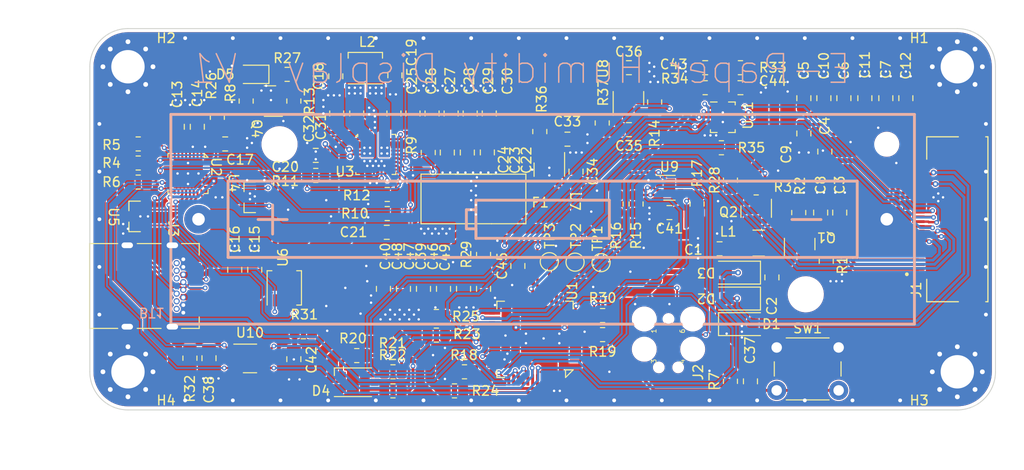
<source format=kicad_pcb>
(kicad_pcb (version 20221018) (generator pcbnew)
  (layers (0 "F.Cu" signal) (1 "In1.Cu" signal) (2 "In2.Cu" signal) (31 "B.Cu" signal) (34 "B.Paste" user) (35 "F.Paste" user) (36 "B.SilkS" user "B.Silkscreen") (37 "F.SilkS" user "F.Silkscreen") (38 "B.Mask" user) (39 "F.Mask" user) (44 "Edge.Cuts" user))
  (net 0 "")
  (net 1 "Net-(BT1-+)")
  (net 2 "GND")
  (net 3 "/E-Paper Display/EPAPER_3V3")
  (net 4 "Net-(D1-A)")
  (net 5 "Net-(D3-K)")
  (net 6 "Net-(J1-VGH)")
  (net 7 "Net-(J1-VPP)")
  (net 8 "Net-(J1-PREVGH)")
  (net 9 "Net-(J1-PREVGL)")
  (net 10 "Net-(J1-VGL)")
  (net 11 "Net-(J1-VDD)")
  (net 12 "/E-Paper Display/PREVGH")
  (net 13 "/E-Paper Display/PREVGL")
  (net 14 "Net-(J1-VCOM)")
  (net 15 "Net-(U2-LDO_1V5)")
  (net 16 "Net-(U2-LDO_3V3)")
  (net 17 "/Battery/VBUS")
  (net 18 "/Battery/PD_CTRLR_3V3")
  (net 19 "Net-(U3-BTST1)")
  (net 20 "Net-(U3-SW1)")
  (net 21 "Net-(U3-BTST2)")
  (net 22 "Net-(U3-SW2)")
  (net 23 "/Battery/REGN")
  (net 24 "Net-(U3-SDRV)")
  (net 25 "/Battery/VSYS")
  (net 26 "Net-(U3-PMID)")
  (net 27 "+1V8")
  (net 28 "+3V3")
  (net 29 "/nRESET")
  (net 30 "Net-(U10-VCCA)")
  (net 31 "Net-(U1-VBAT)")
  (net 32 "Net-(U10-VCCB)")
  (net 33 "Net-(U11-VCCA)")
  (net 34 "Net-(U11-VCCB)")
  (net 35 "Net-(U1-VCAP)")
  (net 36 "Net-(D4-RK)")
  (net 37 "Net-(D4-BK)")
  (net 38 "Net-(D4-GK)")
  (net 39 "Net-(D5-A)")
  (net 42 "/E-Paper Display/GDR")
  (net 43 "/E-Paper Display/RESE")
  (net 45 "/DISPLAY_BUS_SEL")
  (net 46 "/DISPLAY_BUSY")
  (net 47 "/DISPLAY_RESET")
  (net 48 "/DISPLAY_DATA_COMM_CTL_S")
  (net 49 "/DISPLAY_CS_S")
  (net 50 "/DISPLAY_SCLK_S")
  (net 51 "/DISPLAY_MOSI_S")
  (net 53 "/SWCLK")
  (net 54 "/SWDIO")
  (net 57 "/Battery/CC1")
  (net 58 "/Battery/USB_P")
  (net 59 "/Battery/USB_N")
  (net 65 "/Battery/CC2")
  (net 69 "/DISPLAY_EN")
  (net 70 "Net-(Q2-S)")
  (net 71 "Net-(Q4-G)")
  (net 72 "Net-(Q4-S)")
  (net 73 "Net-(Q4-D)")
  (net 74 "/Battery/BQ_I2C_SCL")
  (net 75 "/Battery/BQ_I2C_SDA")
  (net 76 "/Battery/~{BQ_I2C_IRQ}")
  (net 77 "Net-(U3-BATP)")
  (net 78 "Net-(U3-PROG)")
  (net 79 "Net-(U3-ILIM_HIZ)")
  (net 80 "/3V3_EN")
  (net 81 "/I2C_SCL")
  (net 82 "/I2C_SDA")
  (net 83 "/HUM_RESET")
  (net 84 "Net-(U1-PH3{slash}BOOT0)")
  (net 85 "/IND_R")
  (net 86 "/IND_G")
  (net 87 "/IND_B")
  (net 88 "/~{BATT_IRQ}")
  (net 89 "/DISPLAY_LVL_OE")
  (net 90 "/CSLEEP")
  (net 91 "/CDSTOP")
  (net 92 "/SRDSTOP")
  (net 98 "/HUM_ALERT")
  (net 101 "/DISPLAY_CS")
  (net 104 "/DISPLAY_DATA_COMM_CTL")
  (net 108 "/DISPLAY_SCLK")
  (net 110 "/DISPLAY_MOSI")
  (net 118 "/BATT_SDA")
  (net 119 "/BATT_SCL")
  (net 121 "Net-(U2-GATE_VSYS)")
  (net 122 "Net-(U2-GATE_VBUS)")
  (net 123 "Net-(U2-PP5V-Pad28)")
  (net 126 "Net-(U3-VAC1)")
  (net 129 "Net-(U6-D-Pad2)")
  (net 137 "Net-(U7-EN)")
  (net 138 "Net-(U8-IN)")
  (net 139 "Net-(C22-Pad1)")
  (footprint "Capacitor_SMD:C_0805_2012Metric" (layer "F.Cu") (at 32.5 54.575 -90)
    (fp_text reference "C38")
    (fp_text value "0.1uF 10V")
  )
  (footprint "Resistor_SMD:R_0805_2012Metric" (layer "F.Cu") (at 51.8 58)
    (fp_text reference "R22")
    (fp_text value "500")
  )
  (footprint "LED_SMD:LED_Cree-PLCC4_3.2x2.8mm_CCW" (layer "F.Cu") (at 47.6 57.1)
    (fp_text reference "D4")
    (fp_text value "LED_RABG")
  )
  (footprint "Resistor_SMD:R_0805_2012Metric" (layer "F.Cu") (at 88.25 24.1 180)
    (fp_text reference "R33")
    (fp_text value "0")
  )
  (footprint "Resistor_SMD:R_0805_2012Metric" (layer "F.Cu") (at 36.4 27.6 90)
    (fp_text reference "R8")
    (fp_text value "500")
  )
  (footprint "Capacitor_SMD:C_0805_2012Metric" (layer "F.Cu") (at 88.25 26.2)
    (fp_text reference "C44")
    (fp_text value "0.1uF 10V")
  )
  (footprint "Custom Parts:VFQFN-32" (layer "F.Cu") (at 30.3 35.2 -90)
    (fp_text reference "U2")
    (fp_text value "TPS25750S")
  )
  (footprint "Resistor_SMD:R_0805_2012Metric" (layer "F.Cu") (at 51.8 56)
    (fp_text reference "R21")
    (fp_text value "500")
  )
  (footprint "Resistor_SMD:R_0805_2012Metric" (layer "F.Cu") (at 87.2 35.9 90)
    (fp_text reference "R28")
    (fp_text value "0")
  )
  (footprint "Button_Switch_THT:SW_PUSH_6mm" (layer "F.Cu") (at 92.05 53.45)
    (fp_text reference "SW1")
    (fp_text value "B3F-1000")
  )
  (footprint "Resistor_SMD:R_0805_2012Metric" (layer "F.Cu") (at 33.375 29.3 90)
    (fp_text reference "R26")
    (fp_text value "0")
  )
  (footprint "Capacitor_SMD:C_0805_2012Metric" (layer "F.Cu") (at 52 24.9 90)
    (fp_text reference "C19")
    (fp_text value "0.047uF 25V")
  )
  (footprint "TestPoint:TestPoint_Pad_D1.5mm" (layer "F.Cu") (at 68.2 44.45 -90)
    (fp_text reference "TP3")
    (fp_text value "TestPoint")
  )
  (footprint "Capacitor_SMD:C_0805_2012Metric" (layer "F.Cu") (at 97 27.3 90)
    (fp_text reference "C10")
    (fp_text value "1uF 16V")
  )
  (footprint "Resistor_SMD:R_0805_2012Metric" (layer "F.Cu") (at 73.75 29.9 90)
    (fp_text reference "R37")
    (fp_text value "0")
  )
  (footprint "Custom:SOT23-3L" (layer "F.Cu") (at 36.875 37.7 -90)
    (fp_text reference "U4")
    (fp_text value "CDSOT23-0502B")
  )
  (footprint "Capacitor_SMD:C_0805_2012Metric" (layer "F.Cu") (at 89.3 57 90)
    (fp_text reference "C37")
    (fp_text value "0.1uF 10V")
  )
  (footprint "Resistor_SMD:R_0805_2012Metric" (layer "F.Cu") (at 41.4 27.6 -90)
    (fp_text reference "R13")
    (fp_text value "10k")
  )
  (footprint "Capacitor_SMD:C_0805_2012Metric" (layer "F.Cu") (at 99.1 27.3 90)
    (fp_text reference "C6")
    (fp_text value "1uF 16V")
  )
  (footprint "Resistor_SMD:R_0805_2012Metric" (layer "F.Cu") (at 51.2 39.4 180)
    (fp_text reference "R10")
    (fp_text value "3k 1%")
  )
  (footprint "Resistor_SMD:R_0805_2012Metric" (layer "F.Cu") (at 59.3 56 180)
    (fp_text reference "R18")
    (fp_text value "10k")
  )
  (footprint "Capacitor_SMD:C_0805_2012Metric" (layer "F.Cu") (at 86.0625 43.1 180)
    (fp_text reference "C1")
    (fp_text value "4.7uF 50V")
  )
  (footprint "Resistor_SMD:R_0805_2012Metric" (layer "F.Cu") (at 56.35 50.2)
    (fp_text reference "R25")
    (fp_text value "10k")
  )
  (footprint "Resistor_SMD:R_0805_2012Metric" (layer "F.Cu") (at 58.25 58)
    (fp_text reference "R24")
    (fp_text value "10k")
  )
  (footprint "Capacitor_SMD:C_0805_2012Metric" (layer "F.Cu") (at 37.3 45.3 -90)
    (fp_text reference "C15")
    (fp_text value "0.1uF 50V")
  )
  (footprint "Capacitor_SMD:C_0805_2012Metric" (layer "F.Cu") (at 53.9 28.9 90)
    (fp_text reference "C26")
    (fp_text value "10uF 10V")
  )
  (footprint "Custom Parts:SOT23-5" (layer "F.Cu") (at 76.5 27.3 90)
    (fp_text reference "U8")
    (fp_text value "TPS7A2033PDBVR")
  )
  (footprint "Custom:SOT-23-3" (layer "F.Cu") (at 38.9 27.6 -90)
    (fp_text reference "Q4")
    (fp_text value "PMV65XP,215")
  )
  (footprint "Capacitor_SMD:C_0805_2012Metric" (layer "F.Cu") (at 31.275 30.3 90)
    (fp_text reference "C14")
    (fp_text value "10uF 10V")
  )
  (footprint "MountingHole:MountingHole_3.5mm_Pad_Via" (layer "F.Cu") (at 24 24)
    (fp_text reference "H2")
    (fp_text value "MountingHole_Pad")
  )
  (footprint "Custom Parts:VFQFN-29" (layer "F.Cu") (at 50 33.2)
    (fp_text reference "U3")
    (fp_text value "BQ25798")
  )
  (footprint "Capacitor_SMD:C_0805_2012Metric" (layer "F.Cu") (at 41.4 54.675 -90)
    (fp_text reference "C42")
    (fp_text value "0.1uF 10V")
  )
  (footprint "Custom:SOD-123W" (layer "F.Cu") (at 88.15 48.32 180)
    (fp_text reference "D2")
    (fp_text value "MBR0530T1G")
  )
  (footprint "Capacitor_SMD:C_0805_2012Metric" (layer "F.Cu") (at 59.9 28.9 90)
    (fp_text reference "C29")
    (fp_text value "10uF 10V")
  )
  (footprint "Capacitor_SMD:C_0805_2012Metric" (layer "F.Cu") (at 55 47.3 -90)
    (fp_text reference "C47")
    (fp_text value "0.1uF 10V")
  )
  (footprint "Capacitor_SMD:C_0805_2012Metric" (layer "F.Cu") (at 105.6 27.3 90)
    (fp_text reference "C12")
    (fp_text value "1uF 16V")
  )
  (footprint "Resistor_SMD:R_0805_2012Metric" (layer "F.Cu") (at 48 54.3)
    (fp_text reference "R20")
    (fp_text value "500")
  )
  (footprint "Capacitor_SMD:C_0805_2012Metric" (layer "F.Cu") (at 57.9 28.9 90)
    (fp_text reference "C28")
    (fp_text value "10uF 10V")
  )
  (footprint "Capacitor_SMD:C_0805_2012Metric" (layer "F.Cu") (at 57.1 47.3 -90)
    (fp_text reference "C39")
    (fp_text value "0.1uF 10V")
  )
  (footprint "Resistor_SMD:R_0805_2012Metric" (layer "F.Cu") (at 89.9 36.7125 180)
    (fp_text reference "R3")
    (fp_text value "10K")
  )
  (footprint "Resistor_SMD:R_0805_2012Metric" (layer "F.Cu") (at 97.25 44.4 90)
    (fp_text reference "R1")
    (fp_text value "10K")
  )
  (footprint "Capacitor_SMD:C_0805_2012Metric" (layer "F.Cu") (at 101.3 27.3 90)
    (fp_text reference "C11")
    (fp_text value "1uF 16V")
  )
  (footprint "Capacitor_SMD:C_0805_2012Metric" (layer "F.Cu") (at 59.2 47.3 -90)
    (fp_text reference "C46")
    (fp_text value "0.1uF 10V")
  )
  (footprint "Capacitor_SMD:C_0805_2012Metric" (layer "F.Cu") (at 61.9 28.9 90)
    (fp_text reference "C30")
    (fp_text value "10uF 10V")
  )
  (footprint "Capacitor_SMD:C_0805_2012Metric" (layer "F.Cu") (at 76.55 30.6)
    (fp_text reference "C35")
    (fp_text value "1uF 10V")
  )
  (footprint "Capacitor_SMD:C_0805_2012Metric" (layer "F.Cu") (at 103.5 27.3 90)
    (fp_text reference "C7")
    (fp_text value "1uF 16V")
  )
  (footprint "Resistor_SMD:R_0805_2012Metric" (layer "F.Cu") (at 42.4 51.8)
    (fp_text reference "R31")
    (fp_text value "0")
  )
  (footprint "Custom:SOT-23-3" (layer "F.Cu") (at 89.9 39.2)
    (fp_text reference "Q2")
    (fp_text value "PMV65XP,215")
  )
  (footprint "Capacitor_SMD:C_0805_2012Metric" (layer "F.Cu") (at 97.1 32.9 90)
    (fp_text reference "C4")
    (fp_text value "0.1 uF 16V")
  )
  (footprint "MountingHole:MountingHole_3.5mm_Pad_Via" (layer "F.Cu") (at 111 56)
    (fp_text reference "H3")
    (fp_text value "MountingHole_Pad")
  )
  (footprint "Resistor_SMD:R_0805_2012Metric" (layer "F.Cu") (at 61.3 43.7 -90)
    (fp_text reference "R29")
    (fp_text value "0")
  )
  (footprint "Capacitor_SMD:C_0805_2012Metric" (layer "F.Cu") (at 94.9 31 -90)
    (fp_text reference "C9")
    (fp_text value "4.7uF 50V")
  )
  (footprint "Custom:WQFN-14" (layer "F.Cu") (at 86.4 29.3)
    (fp_text reference "U11")
    (fp_text value "TXU0104BQA")
  )
  (footprint "Resistor_SMD:R_0805_2012Metric" (layer "F.Cu") (at 67.2 30.8 90)
    (fp_text reference "R36")
    (fp_text value "0")
  )
  (footprint "MountingHole:MountingHole_3.5mm_Pad_Via" (layer "F.Cu") (at 24 56)
    (fp_text reference "H4")
    (fp_text value "MountingHole_Pad")
  )
  (footprint "Capacitor_SMD:C_0805_2012Metric" (layer "F.Cu") (at 45.9 28.9 90)
    (fp_text reference "C32")
    (fp_text value "10uF 10V")
  )
  (footprint "Capacitor_SMD:C_0805_2012Metric" (layer "F.Cu") (at 34.2 32.1 180)
    (fp_text reference "C17")
    (fp_text value "10uF 10V")
  )
  (footprint "Resistor_SMD:R_0805_2012Metric" (layer "F.Cu") (at 75.2 38.4 90)
    (fp_text reference "R16")
    (fp_text value "2.2k")
  )
  (footprint "Custom:F31L-1A7H1-11024" (layer "F.Cu") (at 111 40 90)
    (fp_text reference "J1")
    (fp_text value "~")
  )
  (footprint "Resistor_SMD:R_0805_2012Metric" (layer "F.Cu") (at 73.7875 50.1 180)
    (fp_text reference "R30")
    (fp_text value "10k")
  )
  (footprint "Resistor_SMD:R_0805_2012Metric" (layer "F.Cu") (at 77.3 38.4 90)
    (fp_text reference "R15")
    (fp_text value "2.2k")
  )
  (footprint "Custom:SOT-23-8" (layer "F.Cu") (at 36.8 54.6)
    (fp_text reference "U10")
    (fp_text value "TCA9416DDF")
  )
  (footprint "Resistor_SMD:R_0805_2012Metric" (layer "F.Cu") (at 30.5 54.575 90)
    (fp_text reference "R32")
    (fp_text value "0")
  )
  (footprint "Custom Parts:WSON-8" (layer "F.Cu") (at 80.8 36.7)
    (fp_text reference "U9")
    (fp_text value "HDC3022")
  )
  (footprint "Resistor_SMD:R_0805_2012Metric" (layer "F.Cu") (at 25.075 34.1)
    (fp_text reference "R4")
    (fp_text value "2.2k")
  )
  (footprint "Resistor_SMD:R_0805_2012Metric" (layer "F.Cu") (at 43.7 35.4)
    (fp_text reference "R11")
    (fp_text value "137k 1%")
  )
  (footprint "Capacitor_SMD:C_0805_2012Metric" (layer "F.Cu") (at 52.9 47.3 -90)
    (fp_text reference "C48")
    (fp_text value "0.1uF 10V")
  )
  (footprint "Capacitor_SMD:C_0805_2012Metric" (layer "F.Cu") (at 50.8 47.3 -90)
    (fp_text reference "C40")
    (fp_text value "10uF 10V")
  )
  (footprint "Custom:Wurth_632723300011" (layer "F.Cu") (at 20.475 47 -90)
    (fp_text reference "J3")
    (fp_text value "USB_C_Receptacle")
  )
  (footprint "Resistor_SMD:R_0805_2012Metric" (layer "F.Cu") (at 87.2 57 -90)
    (fp_text reference "R7")
    (fp_text value "10k")
  )
  (footprint "Resistor_SMD:R_0805_2012Metric" (layer "F.Cu") (at 86.25 32.5)
    (fp_text reference "R35")
    (fp_text value "0")
  )
  (footprint "Custom Parts:PowerPAK 1212-8SCD Dual" (layer "F.Cu") (at 40.4 47.2 90)
    (fp_text reference "U6")
    (fp_text value "SISF00DN")
  )
  (footprint "Capacitor_SMD:C_0805_2012Metric" (layer "F.Cu") (at 51.9 28.9 90)
    (fp_text reference "C25")
    (fp_text value "0.1uF 10V")
  )
  (footprint "Capacitor_SMD:C_0805_2012Metric" (layer "F.Cu") (at 43.7 33.3 180)
    (fp_text reference "C20")
    (fp_text value "4.7uF 25V")
  )
  (footprint "Capacitor_SMD:C_0805_2012Metric" (layer "F.Cu") (at 59.6 33 -90)
    (fp_text reference "C23")
    (fp_text value "10uF 10V")
  )
  (footprint "TestPoint:TestPoint_Pad_D1.5mm" (layer "F.Cu") (at 73.625 44.55 -90)
    (fp_text reference "TP1")
    (fp_text value "TestPoint")
  )
  (footprint "Custom:01550900M" (layer "F.Cu") (at 60.24 37.87 180)
    (fp_text reference "F1")
    (fp_text value "Fuse")
  )
  (footprint "Resistor_SMD:R_0805_2012Metric" (layer "F.Cu") (at 51.2 37.4)
    (fp_text reference "R12")
    (fp_text value "2.2k 1%")
  )
  (footprint "Resistor_SMD:R_0805_2012Metric" (layer "F.Cu") (at 25.075 32.1)
    (fp_text reference "R5")
    (fp_text value "2.2k")
  )
  (footprint "Capacitor_SMD:C_0805_2012Metric" (layer "F.Cu") (at 61.7 32.9875 -90)
    (fp_text reference "C22")
    (fp_text value "0.1uF 10V")
  )
  (footprint "Capacitor_SMD:C_0805_2012Metric" (layer "F.Cu") (at 29.175 30.3 90)
    (fp_text reference "C13")
    (fp_text value "10uF 10V")
  )
  (footprint "Inductor_SMD:L_1210_3225Metric" (layer "F.Cu") (at 90.1625 42.5)
    (fp_text reference "L1")
    (fp_text value "NLCV32T-680K-EF")
  )
  (footprint "Capacitor_SMD:C_0805_2012Metric" (layer "F.Cu") (at 70.1 31.6)
    (fp_text reference "C33")
    (fp_text value "1uF 10V")
  )
  (footprint "Resistor_SMD:R_0805_2012Metric" (layer "F.Cu") (at 55.5 33 -90)
    (fp_text reference "R9")
    (fp_text value "100")
  )
  (footprint "MountingHole:MountingHole_3.5mm_Pad_Via" (layer "F.Cu") (at 111 24)
    (fp_text reference "H1")
    (fp_text value "MountingHole_Pad")
  )
  (footprint "Resistor_SMD:R_0805_2012Metric" (layer "F.Cu") (at 40.7 24.8 180)
    (fp_text reference "R27")
    (fp_text value "0")
  )
  (footprint "Custom:SOD-123W" (layer "F.Cu") (at 88.15 51)
    (fp_text reference "D1")
    (fp_text value "MBR0530T1G")
  )
  (footprint "Custom:TC2030-IDC-FP" (layer "F.Cu") (at 80.7 53 -90)
    (fp_text reference "J2")
    (fp_text value "TC2030-SWD")
  )
  (footprint "Resistor_SMD:R_0805_2012Metric" (layer "F.Cu") (at 56.35 52.15)
    (fp_text reference "R23")
    (fp_text value "10k")
  )
  (footprint "Capacitor_SMD:C_0805_2012Metric" (layer "F.Cu") (at 96.6625 39.3 90)
    (fp_text reference "C8")
    (fp_text value "1uF 16V")
  )
  (footprint "Capacitor_SMD:C_0805_2012Metric" (layer "F.Cu") (at 45.8 25 90)
    (fp_text reference "C18")
    (fp_text value "0.047uF 25V")
  )
  (footprint "Capacitor_SMD:C_0805_2012Metric" (layer "F.Cu") (at 48 28.9 90)
    (fp_text reference "C31")
    (fp_text value "0.1uF 10V")
  )
  (footprint "Capacitor_SMD:C_0805_2012Metric" (layer "F.Cu") (at 61.3 47.3 -90)
    (fp_text reference "C49")
    (fp_text value "0.1uF 10V")
  )
  (footprint "Custom:LQFP-48" (layer "F.Cu") (at 66.7 52.6 90)
    (fp_text reference "U1")
    (fp_text value "STM32U575CIT6Q")
  )
  (footprint "Custom:SOT23-3L" (layer "F.Cu") (at 24.8 39.7 -90)
    (fp_text reference "U5")
    (fp_text value "CDSOT23-0502B")
  )
  (footprint "TestPoint:TestPoint_Pad_D1.5mm" (layer "F.Cu") (at 70.9 44.5 -90)
    (fp_text reference "TP2")
    (fp_text value "TestPoint")
  )
  (footprint "LED_SMD:LED_0805_2012Metric" (layer "F.Cu") (at 37.1 24.8 180)
    (fp_text reference "D5")
    (fp_text value "BLUE")
  )
  (footprint "Capacitor_SMD:C_0805_2012Metric" (layer "F.Cu") (at 80.8 39.3 180)
    (fp_text reference "C41")
    (fp_text value "0.1uF 10V")
  )
  (footprint "Capacitor_SMD:C_0805_2012Metric" (layer "F.Cu") (at 57.5 33 -90)
    (fp_text reference "C24")
    (fp_text value "10uF 10V")
  )
  (footprint "Capacitor_SMD:C_0805_2012Metric" (layer "F.Cu") (at 94.9 27.3 90)
    (fp_text reference "C5")
    (fp_text value "1uF 16V")
  )
  (footprint "Custom:SOT-23-3" (layer "F.Cu") (at 94.4625 42.6 180)
    (fp_text reference "Q1")
    (fp_text value "Si1308EDL")
  )
  (footprint "Capacitor_SMD:C_0805_2012Metric" (layer "F.Cu") (at 64.9 44.9 -90)
    (fp_text reference "C45")
    (fp_text value "4.7uF 10V")
  )
  (footprint "Capacitor_SMD:C_0805_2012Metric" (layer "F.Cu") (at 35.2 45.3 -90)
    (fp_text reference "C16")
    (fp_text value "10uF 50V")
  )
  (footprint "Capacitor_SMD:C_0805_2012Metric" (layer "F.Cu") (at 71 35 90)
    (fp_text reference "C34")
    (fp_text value "10uF 10V")
  )
  (footprint "Capacitor_SMD:C_0805_2012Metric" (layer "F.Cu") (at 91.55 46.1 90)
    (fp_text reference "C2")
    (fp_text value "4.7uF 50V")
  )
  (footprint "Capacitor_SMD:C_0805_2012Metric" (layer "F.Cu") (at 76.55 24.1)
    (fp_text reference "C36")
    (fp_text value "10uF 10V")
  )
  (footprint "Resistor_SMD:R_0805_2012Metric" (layer "F.Cu") (at 25.075 36.1)
    (fp_text reference "R6")
    (fp_text value "2.2k")
  )
  (footprint "Capacitor_SMD:C_0805_2012Metric" (layer "F.Cu") (at 98.6625 39.3 90)
    (fp_text reference "C3")
    (fp_text value "1uF 16V")
  )
  (footprint "Custom:SRP0315" (layer "F.Cu") (at 48.9 24.2 180)
    (fp_text reference "L2")
    (fp_text value "SRP0315-1R0K")
  )
  (footprint "Resistor_SMD:R_0805_2012Metric" (layer "F.Cu") (at 83.7 38.4 90)
    (fp_text reference "R17")
    (fp_text value "2.2k")
  )
  (footprint "Capacitor_SMD:C_0805_2012Metric" (layer "F.Cu") (at 84.55 24.1 180)
    (fp_text reference "C43")
    (fp_text value "0.1uF 10V")
  )
  (footprint "Custom Parts:SOT23-5" (layer "F.Cu") (at 68.2 34.8 -90)
    (fp_text reference "U7")
    (fp_text value "TPS7A2018PDBVR")
  )
  (footprint "Custom:SOD-123W" (layer "F.Cu") (at 88.15 45.6 180)
    (fp_text reference "D3")
    (fp_text value "MBR0530T1G")
  )
  (footprint "Capacitor_SMD:C_0805_2012Metric" (layer "F.Cu") (at 55.9 28.9 90)
    (fp_text reference "C27")
    (fp_text value "10uF 10V")
  )
  (footprint "Resistor_SMD:R_0805_2012Metric" (layer "F.Cu") (at 94.3625 39.3 90)
    (fp_text reference "R2")
    (fp_text value "3")
  )
  (footprint "Resistor_SMD:R_0805_2012Metric" (layer "F.Cu") (at 73.7875 52.1)
    (fp_text reference "R19")
    (fp_text value "10k")
  )
  (footprint "Resistor_SMD:R_0805_2012Metric" (layer "F.Cu") (at 84.55 26.2 180)
    (fp_text reference "R34")
    (fp_text value "0")
  )
  (footprint "Resistor_SMD:R_0805_2012Metric" (layer "F.Cu") (at 79.25 27.7 -90)
    (fp_text reference "R14")
    (fp_text value "10k")
  )
  (footprint "Capacitor_SMD:C_0805_2012Metric" (layer "F.Cu") (at 51.15 41.37 180)
    (fp_text reference "C21")
    (fp_text value "1000pF 50V")
  )
  (footprint "Custom:KEYSTONE-1043" (layer "B.Cu") (at 67.5 40)
    (fp_text reference "BT1")
    (fp_text value "Battery_Cell")
  )
  (gr_arc locked (start 24 60) (mid 21.171573 58.828427) (end 20 56) (stroke (width 0.1)) (layer "Edge.Cuts"))
  (gr_line locked (start 111 60) (end 24 60) (stroke (width 0.1)) (layer "Edge.Cuts"))
  (gr_line locked (start 115 24) (end 115 56) (stroke (width 0.1)) (layer "Edge.Cuts"))
  (gr_arc locked (start 111 20) (mid 113.828427 21.171573) (end 115 24) (stroke (width 0.1)) (layer "Edge.Cuts"))
  (gr_arc locked (start 115 56) (mid 113.828427 58.828427) (end 111 60) (stroke (width 0.1)) (layer "Edge.Cuts"))
  (gr_line locked (start 20 56) (end 20 24) (stroke (width 0.1)) (layer "Edge.Cuts"))
  (gr_arc locked (start 20 24) (mid 21.171573 21.171573) (end 24 20) (stroke (width 0.1)) (layer "Edge.Cuts"))
  (gr_line locked (start 24 20) (end 111 20) (stroke (width 0.1)) (layer "Edge.Cuts"))
  (gr_text "V1" (at 36 26) (layer "B.SilkS") (effects (font (size 3 3) (thickness 0.15) italic) (justify left bottom mirror)))
  (gr_text "E-Paper Humidity Display" (at 100 26) (layer "B.SilkS") (effects (font (size 3 3)) (justify left bottom mirror)))
  (via (at 55.1 41.5) (size 0.5) (drill 0.254) (layers "F.Cu" "B.Cu") (net 1))
  (via (at 57 41) (size 0.5) (drill 0.254) (layers "F.Cu" "B.Cu") (net 1))
  (via (at 57.4 41.5) (size 0.5) (drill 0.254) (layers "F.Cu" "B.Cu") (net 1))
  (via (at 56.6 41.5) (size 0.5) (drill 0.254) (layers "F.Cu" "B.Cu") (net 1))
  (via (at 55.5 41) (size 0.5) (drill 0.254) (layers "F.Cu" "B.Cu") (net 1))
  (via (at 54.75 41) (size 0.5) (drill 0.254) (layers "F.Cu" "B.Cu") (net 1))
  (via (at 57.75 41) (size 0.5) (drill 0.254) (layers "F.Cu" "B.Cu") (net 1))
  (via (at 56.25 41) (size 0.5) (drill 0.254) (layers "F.Cu" "B.Cu") (net 1))
  (via (at 55.9 41.5) (size 0.5) (drill 0.254) (layers "F.Cu" "B.Cu") (net 1))
  (segment (start 55.85 41.45) (end 55.9 41.5) (width 2) (layer "B.Cu") (net 1))
  (segment (start 35.3 40.8) (end 39.1 40.8) (width 2) (layer "B.Cu") (net 1))
  (segment (start 34.5 40) (end 35.3 40.8) (width 2) (layer "B.Cu") (net 1))
  (segment (start 39.75 41.45) (end 55.85 41.45) (width 2) (layer "B.Cu") (net 1))
  (segment (start 39.1 40.8) (end 39.75 41.45) (width 2) (layer "B.Cu") (net 1))
  (segment (start 31.4 40) (end 34.5 40) (width 2) (layer "B.Cu") (net 1))
  (via (at 30 21) (size 0.8) (drill 0.4) (layers "F.Cu" "B.Cu") (net 2))
  (via (at 90.9 26.2) (size 0.5) (drill 0.254) (layers "F.Cu" "B.Cu") (net 2))
  (via (at 49.4 36.2) (size 0.5) (drill 0.254) (layers "F.Cu" "B.Cu") (net 2))
  (via (at 60.6 35.6) (size 0.5) (drill 0.254) (layers "F.Cu" "B.Cu") (net 2))
  (via (at 57.5 26.5) (size 0.5) (drill 0.254) (layers "F.Cu" "B.Cu") (net 2))
  (via (at 44.5 27.5) (size 0.5) (drill 0.254) (layers "F.Cu" "B.Cu") (net 2))
  (via (at 62.6 35.1) (size 0.5) (drill 0.254) (layers "F.Cu" "B.Cu") (net 2))
  (via (at 36.9 43.3) (size 0.5) (drill 0.254) (layers "F.Cu" "B.Cu") (net 2))
  (via (at 73.2 37) (size 0.5) (drill 0.254) (layers "F.Cu" "B.Cu") (net 2))
  (via (at 40.3 29.7) (size 0.5) (drill 0.254) (layers "F.Cu" "B.Cu") (net 2))
  (via (at 94.4 33) (size 0.5) (drill 0.254) (layers "F.Cu" "B.Cu") (net 2))
  (via (at 39.9 34.7) (size 0.5) (drill 0.254) (layers "F.Cu" "B.Cu") (net 2))
  (via (at 32.1 32.4) (size 0.5) (drill 0.254) (layers "F.Cu" "B.Cu") (net 2))
  (via (at 42 56.8) (size 0.5) (drill 0.254) (layers "F.Cu" "B.Cu") (net 2))
  (via (at 60 21) (size 0.8) (drill 0.4) (layers "F.Cu" "B.Cu") (net 2))
  (via (at 80 59) (size 0.8) (drill 0.4) (layers "F.Cu" "B.Cu") (net 2))
  (via (at 37.6 29.9) (size 0.5) (drill 0.254) (layers "F.Cu" "B.Cu") (net 2))
  (via (at 35 21) (size 0.8) (drill 0.4) (layers "F.Cu" "B.Cu") (net 2))
  (via (at 49.2 39.8) (size 0.5) (drill 0.254) (layers "F.Cu" "B.Cu") (net 2))
  (via (at 49 44.9) (size 0.5) (drill 0.254) (layers "F.Cu" "B.Cu") (net 2))
  (via (at 105 59) (size 0.8) (drill 0.4) (layers "F.Cu" "B.Cu") (net 2))
  (via (at 68.7 58) (size 0.5) (drill 0.254) (layers "F.Cu" "B.Cu") (net 2))
  (via (at 35 59) (size 0.8) (drill 0.4) (layers "F.Cu" "B.Cu") (net 2))
  (via (at 60.5 38.5) (size 0.5) (drill 0.254) (layers "F.Cu" "B.Cu") (net 2))
  (via (at 59.5 43.2) (size 0.5) (drill 0.254) (layers "F.Cu" "B.Cu") (net 2))
  (via (at 54.5 50.5) (size 0.5) (drill 0.254) (layers "F.Cu" "B.Cu") (net 2))
  (via (at 105.1 25) (size 0.5) (drill 0.254) (layers "F.Cu" "B.Cu") (net 2))
  (via (at 38.3 35.9) (size 0.5) (drill 0.254) (layers "F.Cu" "B.Cu") (net 2))
  (via (at 85.7 31.2) (size 0.5) (drill 0.254) (layers "F.Cu" "B.Cu") (net 2))
  (via (at 49.8 28.6) (size 0.5) (drill 0.254) (layers "F.Cu" "B.Cu") (net 2))
  (via (at 101.3 24.5) (size 0.5) (drill 0.254) (layers "F.Cu" "B.Cu") (net 2))
  (via (at 88.4 52.4) (size 0.5) (drill 0.254) (layers "F.Cu" "B.Cu") (net 2))
  (via (at 95.4 33) (size 0.5) (drill 0.254) (layers "F.Cu" "B.Cu") (net 2))
  (via (at 58 26) (size 0.5) (drill 0.254) (layers "F.Cu" "B.Cu") (net 2))
  (via (at 29 27.5) (size 0.5) (drill 0.254) (layers "F.Cu" "B.Cu") (net 2))
  (via (at 36.5 35.9) (size 0.5) (drill 0.254) (layers "F.Cu" "B.Cu") (net 2))
  (via (at 26.1 39.7) (size 0.5) (drill 0.254) (layers "F.Cu" "B.Cu") (net 2))
  (via (at 25.3 39.7) (size 0.5) (drill 0.254) (layers "F.Cu" "B.Cu") (net 2))
  (via (at 96.9 32.8) (size 0.5) (drill 0.254) (layers "F.Cu" "B.Cu") (net 2))
  (via (at 99.5 25) (size 0.5) (drill 0.254) (layers "F.Cu" "B.Cu") (net 2))
  (via (at 50.6 33.9) (size 0.5) (drill 0.254) (layers "F.Cu" "B.Cu") (net 2))
  (via (at 44.5 28.9) (size 0.5) (drill 0.254) (layers "F.Cu" "B.Cu") (net 2))
  (via (at 104.6 34.1) (size 0.5) (drill 0.254) (layers "F.Cu" "B.Cu") (net 2))
  (via (at 46.8 47.2) (size 0.5) (drill 0.254) (layers "F.Cu" "B.Cu") (net 2))
  (via (at 105.6 24.5) (size 0.5) (drill 0.254) (layers "F.Cu" "B.Cu") (net 2))
  (via (at 48.4 49.9) (size 0.5) (drill 0.254) (layers "F.Cu" "B.Cu") (net 2))
  (via (at 32 27.5) (size 0.5) (drill 0.254) (layers "F.Cu" "B.Cu") (net 2))
  (via (at 109.5 37.7) (size 0.5) (drill 0.254) (layers "F.Cu" "B.Cu") (net 2))
  (via (at 76.7 45.5) (size 0.5) (drill 0.254) (layers "F.Cu" "B.Cu") (net 2))
  (via (at 38 26.5) (size 0.5) (drill 0.254) (layers "F.Cu" "B.Cu") (net 2))
  (via (at 40 21) (size 0.8) (drill 0.4) (layers "F.Cu" "B.Cu") (net 2))
  (via (at 28.5 28) (size 0.5) (drill 0.254) (layers "F.Cu" "B.Cu") (net 2))
  (via (at 74.5 56) (size 0.5) (drill 0.254) (layers "F.Cu" "B.Cu") (net 2))
  (via (at 56.5 26.5) (size 0.5) (drill 0.254) (layers "F.Cu" "B.Cu") (net 2))
  (via (at 98.2 37.2) (size 0.5) (drill 0.254) (layers "F.Cu" "B.Cu") (net 2))
  (via (at 46.2 27) (size 0.5) (drill 0.254) (layers "F.Cu" "B.Cu") (net 2))
  (via (at 85.1 31.2) (size 0.5) (drill 0.254) (layers "F.Cu" "B.Cu") (net 2))
  (via (at 44.5 28.2) (size 0.5) (drill 0.254) (layers "F.Cu" "B.Cu") (net 2))
  (via (at 71.9 51.8) (size 0.5) (drill 0.254) (layers "F.Cu" "B.Cu") (net 2))
  (via (at 23.5 41.5) (size 0.5) (drill 0.254) (layers "F.Cu" "B.Cu") (net 2))
  (via (at 39 26.5) (size 0.5) (drill 0.254) (layers "F.Cu" "B.Cu") (net 2))
  (via (at 78.7 40) (size 0.5) (drill 0.254) (layers "F.Cu" "B.Cu") (net 2))
  (via (at 83.8 42.7) (size 0.5) (drill 0.254) (layers "F.Cu" "B.Cu") (net 2))
  (via (at 63.6 52.2) (size 0.5) (drill 0.254) (layers "F.Cu" "B.Cu") (net 2))
  (via (at 95 21) (size 0.8) (drill 0.4) (layers "F.Cu" "B.Cu") (net 2))
  (via (at 62.75 42.25) (size 0.5) (drill 0.254) (layers "F.Cu" "B.Cu") (net 2))
  (via (at 49.5 48.75) (size 0.5) (drill 0.254) (layers "F.Cu" "B.Cu") (net 2))
  (via (at 85 21) (size 0.8) (drill 0.4) (layers "F.Cu" "B.Cu") (net 2))
  (via (at 80.8 48.9) (size 0.5) (drill 0.254) (layers "F.Cu" "B.Cu") (net 2))
  (via (at 38.5 26) (size 0.5) (drill 0.254) (layers "F.Cu" "B.Cu") (net 2))
  (via (at 35.2 42.8) (size 0.5) (drill 0.254) (layers "F.Cu" "B.Cu") (net 2))
  (via (at 49.9 30.4) (size 0.5) (drill 0.254) (layers "F.Cu" "B.Cu") (net 2))
  (via (at 57 35.1) (size 0.5) (drill 0.254) (layers "F.Cu" "B.Cu") (net 2))
  (via (at 59.5 26.5) (size 0.5) (drill 0.254) (layers "F.Cu" "B.Cu") (net 2))
  (via (at 60 39) (size 0.5) (drill 0.254) (layers "F.Cu" "B.Cu") (net 2))
  (via (at 83.8 42) (size 0.5) (drill 0.254) (layers "F.Cu" "B.Cu") (net 2))
  (via (at 90.4 26.7) (size 0.5) (drill 0.254) (layers "F.Cu" "B.Cu") (net 2))
  (via (at 31.9 56.7) (size 0.5) (drill 0.254) (layers "F.Cu" "B.Cu") (net 2))
  (via (at 54 50) (size 0.5) (drill 0.254) (layers "F.Cu" "B.Cu") (net 2))
  (via (at 52.5 50.5) (size 0.5) (drill 0.254) (layers "F.Cu" "B.Cu") (net 2))
  (via (at 54.5 26.5) (size 0.5) (drill 0.254) (layers "F.Cu" "B.Cu") (net 2))
  (via (at 86.8 52) (size 0.5) (drill 0.254) (layers "F.Cu" "B.Cu") (net 2))
  (via (at 45.3 39.7) (size 0.5) (drill 0.254) (layers "F.Cu" "B.Cu") (net 2))
  (via (at 49.9 29.2) (size 0.5) (drill 0.254) (layers "F.Cu" "B.Cu") (net 2))
  (via (at 78.1 43) (size 0.5) (drill 0.254) (layers "F.Cu" "B.Cu") (net 2))
  (via (at 114 30) (size 0.8) (drill 0.4) (layers "F.Cu" "B.Cu") (net 2))
  (via (at 41.6 34) (size 0.5) (drill 0.254) (layers "F.Cu" "B.Cu") (net 2))
  (via (at 37.7 43.3) (size 0.5) (drill 0.254) (layers "F.Cu" "B.Cu") (net 2))
  (via (at 39 27.5) (size 0.5) (drill 0.254) (layers "F.Cu" "B.Cu") (net 2))
  (via (at 49.2 38.4) (size 0.5) (drill 0.254) (layers "F.Cu" "B.Cu") (net 2))
  (via (at 95 59) (size 0.8) (drill 0.4) (layers "F.Cu" "B.Cu") (net 2))
  (via (at 21 40) (size 0.8) (drill 0.4) (layers "F.Cu" "B.Cu") (net 2))
  (via (at 61.8 35.1) (size 0.5) (drill 0.254) (layers "F.Cu" "B.Cu") (net 2))
  (via (at 33.2 37.7) (size 0.5) (drill 0.254) (layers "F.Cu" "B.Cu") (net 2))
  (via (at 72.8 47.1) (size 0.5) (drill 0.254) (layers "F.Cu" "B.Cu") (net 2))
  (via (at 30.5 28) (size 0.5) (drill 0.254) (layers "F.Cu" "B.Cu") (net 2))
  (via (at 59 26) (size 0.5) (drill 0.254) (layers "F.Cu" "B.Cu") (net 2))
  (via (at 94.5 25) (size 0.5) (drill 0.254) (layers "F.Cu" "B.Cu") (net 2))
  (via (at 57.25 56.75) (size 0.5) (drill 0.254) (layers "F.Cu" "B.Cu") (net 2))
  (via (at 88.4 51.2) (size 0.5) (drill 0.254) (layers "F.Cu" "B.Cu") (net 2))
  (via (at 109 38.1) (size 0.5) (drill 0.254) (layers "F.Cu" "B.Cu") (net 2))
  (via (at 49.3 29) (size 0.5) (drill 0.254) (layers "F.Cu" "B.Cu") (net 2))
  (via (at 97 37.2) (size 0.5) (drill 0.254) (layers "F.Cu" "B.Cu") (net 2))
  (via (at 96.6 25) (size 0.5) (drill 0.254) (layers "F.Cu" "B.Cu") (net 2))
  (via (at 102.7 30.4) (size 0.5) (drill 0.254) (layers "F.Cu" "B.Cu") (net 2))
  (via (at 61 26) (size 0.5) (drill 0.254) (layers "F.Cu" "B.Cu") (net 2))
  (via (at 53.9 35.4) (size 0.5) (drill 0.254) (layers "F.Cu" "B.Cu") (net 2))
  (via (at 51 50) (size 0.5) (drill 0.254) (layers "F.Cu" "B.Cu") (net 2))
  (via (at 36.5 31.5) (size 0.5) (drill 0.254) (layers "F.Cu" "B.Cu") (net 2))
  (via (at 42.8 32) (size 0.5) (drill 0.254) (layers "F.Cu" "B.Cu") (net 2))
  (via (at 54 26) (size 0.5) (drill 0.254) (layers "F.Cu" "B.Cu") (net 2))
  (via (at 57.25 53.5) (size 0.5) (drill 0.254) (layers "F.Cu" "B.Cu") (net 2))
  (via (at 55 59) (size 0.8) (drill 0.4) (layers "F.Cu" "B.Cu") (net 2))
  (via (at 56 54.25) (size 0.5) (drill 0.254) (layers "F.Cu" "B.Cu") (net 2))
  (via (at 93.5 32) (size 0.5) (drill 0.254) (layers "F.Cu" "B.Cu") (net 2))
  (via (at 53.5 49.5) (size 0.5) (drill 0.254) (layers "F.Cu" "B.Cu") (net 2))
  (via (at 24 41) (size 0.5) (drill 0.254) (layers "F.Cu" "B.Cu") (net 2))
  (via (at 60.2 35.1) (size 0.5) (drill 0.254) (layers "F.Cu" "B.Cu") (net 2))
  (via (at 44.8 49.1) (size 0.5) (drill 0.254) (layers "F.Cu" "B.Cu") (net 2))
  (via (at 36.8 37.9) (size 0.5) (drill 0.254) (layers "F.Cu" "B.Cu") (net 2))
  (via (at 37 32) (size 0.5) (drill 0.254) (layers "F.Cu" "B.Cu") (net 2))
  (via (at 99.2 37.2) (size 0.5) (drill 0.254) (layers "F.Cu" "B.Cu") (net 2))
  (via (at 50 21) (size 0.8) (drill 0.4) (layers "F.Cu" "B.Cu") (net 2))
  (via (at 77.2 48.9) (size 0.5) (drill 0.254) (layers "F.Cu" "B.Cu") (net 2))
  (via (at 82.5 23.7) (size 0.5) (drill 0.254) (layers "F.Cu" "B.Cu") (net 2))
  (via (at 114 45) (size 0.8) (drill 0.4) (layers "F.Cu" "B.Cu") (net 2))
  (via (at 78.6 35.9) (size 0.5) (drill 0.254) (layers "F.Cu" "B.Cu") (net 2))
  (via (at 97.4 25) (size 0.5) (drill 0.254) (layers "F.Cu" "B.Cu") (net 2))
  (via (at 49.4 33.9) (size 0.5) (drill 0.254) (layers "F.Cu" "B.Cu") (net 2))
  (via (at 104 25) (size 0.5) (drill 0.254) (layers "F.Cu" "B.Cu") (net 2))
  (via (at 50.3 34.4) (size 0.5) (drill 0.254) (layers "F.Cu" "B.Cu") (net 2))
  (via (at 33.5 56.7) (size 0.5) (drill 0.254) (layers "F.Cu" "B.Cu") (net 2))
  (via (at 52.5 49.5) (size 0.5) (drill 0.254) (layers "F.Cu" "B.Cu") (net 2))
  (via (at 43.7 32.9) (size 0.5) (drill 0.254) (layers "F.Cu" "B.Cu") (net 2))
  (via (at 93.9 37.2) (size 0.5) (drill 0.254) (layers "F.Cu" "B.Cu") (net 2))
  (via (at 79.6 25.6) (size 0.5) (drill 0.254) (layers "F.Cu" "B.Cu") (net 2))
  (via (at 49.1 46.5) (size 0.5) (drill 0.254) (layers "F.Cu" "B.Cu") (net 2))
  (via (at 75 21) (size 0.8) (drill 0.4) (layers "F.Cu" "B.Cu") (net 2))
  (via (at 34.9 23.9) (size 0.5) (drill 0.254) (layers "F.Cu" "B.Cu") (net 2))
  (via (at 49.3 28.3) (size 0.5) (drill 0.254) (layers "F.Cu" "B.Cu") (net 2))
  (via (at 85 59) (size 0.8) (drill 0.4) (layers "F.Cu" "B.Cu") (net 2))
  (via (at 72.6 39.2) (size 0.5) (drill 0.254) (layers "F.Cu" "B.Cu") (net 2))
  (via (at 114 35) (size 0.8) (drill 0.4) (layers "F.Cu" "B.Cu") (net 2))
  (via (at 65.75 52) (size 0.5) (drill 0.254) (layers "F.Cu" "B.Cu") (net 2))
  (via (at 50.1 36.2) (size 0.5) (drill 0.254) (layers "F.Cu" "B.Cu") (net 2))
  (via (at 79.8 40.6) (size 0.5) (drill 0.254) (layers "F.Cu" "B.Cu") (net 2))
  (via (at 106.1 25) (size 0.5) (drill 0.254) (layers "F.Cu" "B.Cu") (net 2))
  (via (at 32.7 56.7) (size 0.5) (drill 0.254) (layers "F.Cu" "B.Cu") (net 2))
  (via (at 95.3 25) (size 0.5) (drill 0.254) (layers "F.Cu" "B.Cu") (net 2))
  (via (at 70 59) (size 0.8) (drill 0.4) (layers "F.Cu" "B.Cu") (net 2))
  (via (at 62.5 26.5) (size 0.5) (drill 0.254) (layers "F.Cu" "B.Cu") (net 2))
  (via (at 33.9 37.7) (size 0.5) (drill 0.254) (layers "F.Cu" "B.Cu") (net 2))
  (via (at 92.2 34.9) (size 0.5) (drill 0.254) (layers "F.Cu" "B.Cu") (net 2))
  (via (at 83.8 43.4) (size 0.5) (drill 0.254) (layers "F.Cu" "B.Cu") (net 2))
  (via (at 61.5 26.5) (size 0.5) (drill 0.254) (layers "F.Cu" "B.Cu") (net 2))
  (via (at 84.5 31.2) (size 0.5) (drill 0.254) (layers "F.Cu" "B.Cu") (net 2))
  (via (at 98.7 25) (size 0.5) (drill 0.254) (layers "F.Cu" "B.Cu") (net 2))
  (via (at 69.3 58) (size 0.5) (drill 0.254) (layers "F.Cu" "B.Cu") (net 2))
  (via (at 45.8 32.4) (size 0.5) (drill 0.254) (layers "F.Cu" "B.Cu") (net 2))
  (via (at 58.6 35.1) (size 0.5) (drill 0.254) (layers "F.Cu" "B.Cu") (net 2))
  (via (at 56 26) (size 0.5) (drill 0.254) (layers "F.Cu" "B.Cu") (net 2))
  (via (at 90 21) (size 0.8) (drill 0.4) (layers "F.Cu" "B.Cu") (net 2))
  (via (at 58.1 44.5) (size 0.5) (drill 0.254) (layers "F.Cu" "B.Cu") (net 2))
  (via (at 30 27.5) (size 0.5) (drill 0.254) (layers "F.Cu" "B.Cu") (net 2))
  (via (at 30 59) (size 0.8) (drill 0.4) (layers "F.Cu" "B.Cu") (net 2))
  (via (at 105 21) (size 0.8) (drill 0.4) (layers "F.Cu" "B.Cu") (net 2))
  (via (at 50.5 50.5) (size 0.5) (drill 0.254) (layers "F.Cu" "B.Cu") (net 2))
  (via (at 57 26) (size 0.5) (drill 0.254) (layers "F.Cu" "B.Cu") (net 2))
  (via (at 50 33.9) (size 0.5) (drill 0.254) (layers "F.Cu" "B.Cu") (net 2))
  (via (at 82.5 24.5) (size 0.5) (drill 0.254) (layers "F.Cu" "B.Cu") (net 2))
  (via (at 30.8 32.4) (size 0.5) (drill 0.254) (layers "F.Cu" "B.Cu") (net 2))
  (via (at 35.7 43.3) (size 0.5) (drill 0.254) (layers "F.Cu" "B.Cu") (net 2))
  (via (at 94.9 37.2) (size 0.5) (drill 0.254) (layers "F.Cu" "B.Cu") (net 2))
  (via (at 68.2 34.6) (size 0.5) (drill 0.254) (layers "F.Cu" "B.Cu") (net 2))
  (via (at 51.5 50.5) (size 0.5) (drill 0.254) (layers "F.Cu" "B.Cu") (net 2))
  (via (at 41.3 36.7) (size 0.5) (drill 0.254) (layers "F.Cu" "B.Cu") (net 2))
  (via (at 75 59) (size 0.8) (drill 0.4) (layers "F.Cu" "B.Cu") (net 2))
  (via (at 48.8 33.9) (size 0.5) (drill 0.254) (layers "F.Cu" "B.Cu") (net 2))
  (via (at 21 35) (size 0.8) (drill 0.4) (layers "F.Cu" "B.Cu") (net 2))
  (via (at 32.6 24.5) (size 0.5) (drill 0.254) (layers "F.Cu" "B.Cu") (net 2))
  (via (at 78.8 25.6) (size 0.5) (drill 0.254) (layers "F.Cu" "B.Cu") (net 2))
  (via (at 45.6 27) (size 0.5) (drill 0.254) (layers "F.Cu" "B.Cu") (net 2))
  (via (at 100 21) (size 0.8) (drill 0.4) (layers "F.Cu" "B.Cu") (net 2))
  (via (at 98.9 46.5) (size 0.5) (drill 0.254) (layers "F.Cu" "B.Cu") (net 2))
  (via (at 114 40) (size 0.8) (drill 0.4) (layers "F.Cu" "B.Cu") (net 2))
  (via (at 37.3 37.6) (size 0.5) (drill 0.254) (layers "F.Cu" "B.Cu") (net 2))
  (via (at 109 37.3) (size 0.5) (drill 0.254) (layers "F.Cu" "B.Cu") (net 2))
  (via (at 96.3 37.2) (size 0.5) (drill 0.254) (layers "F.Cu" "B.Cu") (net 2))
  (via (at 99.1 24.5) (size 0.5) (drill 0.254) (layers "F.Cu" "B.Cu") (net 2))
  (via (at 90.4 25.7) (size 0.5) (drill 0.254) (layers "F.Cu" "B.Cu") (net 2))
  (via (at 63.5 54.7) (size 0.5) (drill 0.254) (layers "F.Cu" "B.Cu") (net 2))
  (via (at 72.2 32) (size 0.5) (drill 0.254) (layers "F.Cu" "B.Cu") (net 2))
  (via (at 60.5 37.5) (size 0.5) (drill 0.254) (layers "F.Cu" "B.Cu") (net 2))
  (via (at 53.5 50.5) (size 0.5) (drill 0.254) (layers "F.Cu" "B.Cu") (net 2))
  (via (at 69.25 53) (size 0.5) (drill 0.254) (layers "F.Cu" "B.Cu") (net 2))
  (via (at 53 50) (size 0.5) (drill 0.254) (layers "F.Cu" "B.Cu") (net 2))
  (via (at 37.3 42.8) (size 0.5) (drill 0.254) (layers "F.Cu" "B.Cu") (net 2))
  (via (at 59.4 35.1) (size 0.5) (drill 0.254) (layers "F.Cu" "B.Cu") (net 2))
  (via (at 90 59) (size 0.8) (drill 0.4) (layers "F.Cu" "B.Cu") (net 2))
  (via (at 41.4 54.7) (size 0.5) (drill 0.254) (layers "F.Cu" "B.Cu") (net 2))
  (via (at 97 24.5) (size 0.5) (drill 0.254) (layers "F.Cu" "B.Cu") (net 2))
  (via (at 44.8 38) (size 0.5) (drill 0.254) (layers "F.Cu" "B.Cu") (net 2))
  (via (at 58.75 49.25) (size 0.5) (drill 0.254) (layers "F.Cu" "B.Cu") (net 2))
  (via (at 36.5 32.5) (size 0.5) (drill 0.254) (layers "F.Cu" "B.Cu") (net 2))
  (via (at 50.9 34.4) (size 0.5) (drill 0.254) (layers "F.Cu" "B.Cu") (net 2))
  (via (at 29.5 28) (size 0.5) (drill 0.254) (layers "F.Cu" "B.Cu") (net 2))
  (via (at 93.2 26.6) (size 0.5) (drill 0.254) (layers "F.Cu" "B.Cu") (net 2))
  (via (at 62 26) (size 0.5) (drill 0.254) (layers "F.Cu" "B.Cu") (net 2))
  (via (at 40.9 56.8) (size 0.5) (drill 0.254) (layers "F.Cu" "B.Cu") (net 2))
  (via (at 79.2 24) (size 0.5) (drill 0.254) (layers "F.Cu" "B.Cu") (net 2))
  (via (at 71.6 33) (size 0.5) (drill 0.254) (layers "F.Cu" "B.Cu") (net 2))
  (via (at 21 50) (size 0.8) (drill 0.4) (layers "F.Cu" "B.Cu") (net 2))
  (via (at 56.25 49.25) (size 0.5) (drill 0.254) (layers "F.Cu" "B.Cu") (net 2))
  (via (at 69.25 52) (size 0.5) (drill 0.254) (layers "F.Cu" "B.Cu") (net 2))
  (via (at 100.8 25) (size 0.5) (drill 0.254) (layers "F.Cu" "B.Cu") (net 2))
  (via (at 87.3 40.2) (size 0.5) (drill 0.254) (layers "F.Cu" "B.Cu") (net 2))
  (via (at 94.9 24.5) (size 0.5) (drill 0.254) (layers "F.Cu" "B.Cu") (net 2))
  (via (at 49.7 34.4) (size 0.5) (drill 0.254) (layers "F.Cu" "B.Cu") (net 2))
  (via (at 55 21) (size 0.8) (drill 0.4) (layers "F.Cu" "B.Cu") (net 2))
  (via (at 85.8 41.5) (size 0.5) (drill 0.254) (layers "F.Cu" "B.Cu") (net 2))
  (via (at 61 35.1) (size 0.5) (drill 0.254) (layers "F.Cu" "B.Cu") (net 2))
  (via (at 114 50) (size 0.8) (drill 0.4) (layers "F.Cu" "B.Cu") (net 2))
  (via (at 93.2 25.6) (size 0.5) (drill 0.254) (layers "F.Cu" "B.Cu") (net 2))
  (via (at 60.25 49.25) (size 0.5) (drill 0.254) (layers "F.Cu" "B.Cu") (net 2))
  (via (at 97.7 46.5) (size 0.5) (drill 0.254) (layers "F.Cu" "B.Cu") (net 2))
  (via (at 43.7 33.7) (size 0.5) (drill 0.254) (layers "F.Cu" "B.Cu") (net 2))
  (via (at 60 38) (size 0.5) (drill 0.254) (layers "F.Cu" "B.Cu") (net 2))
  (via (at 40 59) (size 0.8) (drill 0.4) (layers "F.Cu" "B.Cu") (net 2))
  (via (at 59.5 49.25) (size 0.5) (drill 0.254) (layers "F.Cu" "B.Cu") (net 2))
  (via (at 98.3 46.5) (size 0.5) (drill 0.254) (layers "F.Cu" "B.Cu") (net 2))
  (via (at 34.8 43.3) (size 0.5) (drill 0.254) (layers "F.Cu" "B.Cu") (net 2))
  (via (at 31.5 28) (size 0.5) (drill 0.254) (layers "F.Cu" "B.Cu") (net 2))
  (via (at 45 59) (size 0.8) (drill 0.4) (layers "F.Cu" "B.Cu") (net 2))
  (via (at 62.5 48.25) (size 0.5) (drill 0.254) (layers "F.Cu" "B.Cu") (net 2))
  (via (at 85.9 38.1) (size 0.5) (drill 0.254) (layers "F.Cu" "B.Cu") (net 2))
  (via (at 88.4 51.8) (size 0.5) (drill 0.254) (layers "F.Cu" "B.Cu") (net 2))
  (via (at 64.3 46.9) (size 0.5) (drill 0.254) (layers "F.Cu" "B.Cu") (net 2))
  (via (at 34.9 27.7) (size 0.5) (drill 0.254) (layers "F.Cu" "B.Cu") (net 2))
  (via (at 52 50) (size 0.5) (drill 0.254) (layers "F.Cu" "B.Cu") (net 2))
  (via (at 44.9 51.7) (size 0.5) (drill 0.254) (layers "F.Cu" "B.Cu") (net 2))
  (via (at 55.5 26.5) (size 0.5) (drill 0.254) (layers "F.Cu" "B.Cu") (net 2))
  (via (at 45 27) (size 0.5) (drill 0.254) (layers "F.Cu" "B.Cu") (net 2))
  (via (at 51.5 26.9) (size 0.5) (drill 0.254) (layers "F.Cu" "B.Cu") (net 2))
  (via (at 45 21) (size 0.8) (drill 0.4) (layers "F.Cu" "B.Cu") (net 2))
  (via (at 108.5 37.7) (size 0.5) (drill 0.254) (layers "F.Cu" "B.Cu") (net 2))
  (via (at 23.5 40.5) (size 0.5) (drill 0.254) (layers "F.Cu" "B.Cu") (net 2))
  (via (at 50 59) (size 0.8) (drill 0.4) (layers "F.Cu" "B.Cu") (net 2))
  (via (at 65 59) (size 0.8) (drill 0.4) (layers "F.Cu" "B.Cu") (net 2))
  (via (at 21 45) (size 0.8) (drill 0.4) (layers "F.Cu" "B.Cu") (net 2))
  (via (at 36.8 37.3) (size 0.5) (drill 0.254) (layers "F.Cu" "B.Cu") (net 2))
  (via (at 83.8 44.1) (size 0.5) (drill 0.254) (layers "F.Cu" "B.Cu") (net 2))
  (via (at 60 59) (size 0.8) (drill 0.4) (layers "F.Cu" "B.Cu") (net 2))
  (via (at 31 27.5) (size 0.5) (drill 0.254) (layers "F.Cu" "B.Cu") (net 2))
  (via (at 71 33) (size 0.5) (drill 0.254) (layers "F.Cu" "B.Cu") (net 2))
  (via (at 49.9 29.8) (size 0.5) (drill 0.254) (layers "F.Cu" "B.Cu") (net 2))
  (via (at 65 21) (size 0.8) (drill 0.4) (layers "F.Cu" "B.Cu") (net 2))
  (via (at 78.7 23.6) (size 0.5) (drill 0.254) (layers "F.Cu" "B.Cu") (net 2))
  (via (at 80 21) (size 0.8) (drill 0.4) (layers "F.Cu" "B.Cu") (net 2))
  (via (at 67.6 52.5) (size 0.5) (drill 0.254) (layers "F.Cu" "B.Cu") (net 2))
  (via (at 78.7 38.8) (size 0.5) (drill 0.254) (layers "F.Cu" "B.Cu") (net 2))
  (via (at 98.9 45.8) (size 0.5) (drill 0.254) (layers "F.Cu" "B.Cu") (net 2))
  (via (at 63.8 54.1) (size 0.5) (drill 0.254) (layers "F.Cu" "B.Cu") (net 2))
  (via (at 101.8 25) (size 0.5) (drill 0.254) (layers "F.Cu" "B.Cu") (net 2))
  (via (at 40.8 39) (size 0.5) (drill 0.254) (layers "F.Cu" "B.Cu") (net 2))
  (via (at 68.2 35.4) (size 0.5) (drill 0.254) (layers "F.Cu" "B.Cu") (net 2))
  (via (at 99.8 31.9) (size 0.5) (drill 0.254) (layers "F.Cu" "B.Cu") (net 2))
  (via (at 70 21) (size 0.8) (drill 0.4) (layers "F.Cu" "B.Cu") (net 2))
  (via (at 62.5 49) (size 0.5) (drill 0.254) (layers "F.Cu" "B.Cu") (net 2))
  (via (at 60.5 26.5) (size 0.5) (drill 0.254) (layers "F.Cu" "B.Cu") (net 2))
  (via (at 72.2 31.1) (size 0.5) (drill 0.254) (layers "F.Cu" "B.Cu") (net 2))
  (via (at 78.7 39.4) (size 0.5) (drill 0.254) (layers "F.Cu" "B.Cu") (net 2))
  (via (at 49.5 48) (size 0.5) (drill 0.254) (layers "F.Cu" "B.Cu") (net 2))
  (via (at 81.9 24.1) (size 0.5) (drill 0.254) (layers "F.Cu" "B.Cu") (net 2))
  (via (at 79.2 25) (size 0.5) (drill 0.254) (layers "F.Cu" "B.Cu") (net 2))
  (via (at 78.7 24.5) (size 0.5) (drill 0.254) (layers "F.Cu" "B.Cu") (net 2))
  (via (at 65.75 53) (size 0.5) (drill 0.254) (layers "F.Cu" "B.Cu") (net 2))
  (via (at 100 59) (size 0.8) (drill 0.4) (layers "F.Cu" "B.Cu") (net 2))
  (via (at 60 36) (size 0.5) (drill 0.254) (layers "F.Cu" "B.Cu") (net 2))
  (via (at 60.5 36.5) (size 0.5) (drill 0.254) (layers "F.Cu" "B.Cu") (net 2))
  (via (at 103 25) (size 0.5) (drill 0.254) (layers "F.Cu" "B.Cu") (net 2))
  (via (at 57.8 35.1) (size 0.5) (drill 0.254) (layers "F.Cu" "B.Cu") (net 2))
  (via (at 60 37) (size 0.5) (drill 0.254) (layers "F.Cu" "B.Cu") (net 2))
  (via (at 68.9 42.8) (size 0.5) (drill 0.254) (layers "F.Cu" "B.Cu") (net 2))
  (via (at 103.5 24.5) (size 0.5) (drill 0.254) (layers "F.Cu" "B.Cu") (net 2))
  (via (at 60.5 39.5) (size 0.5) (drill 0.254) (layers "F.Cu" "B.Cu") (net 2))
  (via (at 85 55.9) (size 0.5) (drill 0.254) (layers "F.Cu" "B.Cu") (net 2))
  (via (at 52.1 26.9) (size 0.5) (drill 0.254) (layers "F.Cu" "B.Cu") (net 2))
  (via (at 66.4 34.8) (size 0.5) (drill 0.254) (layers "F.Cu" "B.Cu") (net 2))
  (via (at 49.1 34.4) (size 0.5) (drill 0.254) (layers "F.Cu" "B.Cu") (net 2))
  (via (at 21 30) (size 0.8) (drill 0.4) (layers "F.Cu" "B.Cu") (net 2))
  (via (at 54.5 49.5) (size 0.5) (drill 0.254) (layers "F.Cu" "B.Cu") (net 2))
  (via (at 51.5 49.5) (size 0.5) (drill 0.254) (layers "F.Cu" "B.Cu") (net 2))
  (via (at 55 26) (size 0.5) (drill 0.254) (layers "F.Cu" "B.Cu") (net 2))
  (via (at 60 26) (size 0.5) (drill 0.254) (layers "F.Cu" "B.Cu") (net 2))
  (via (at 70.4 33) (size 0.5) (drill 0.254) (layers "F.Cu" "B.Cu") (net 2))
  (via (at 58.5 26.5) (size 0.5) (drill 0.254) (layers "F.Cu" "B.Cu") (net 2))
  (via (at 49.2 37.5) (size 0.5) (drill 0.254) (layers "F.Cu" "B.Cu") (net 2))
  (segment (start 89.9 40.2) (end 91.7 40.2) (width 0.5) (layer "F.Cu") (net 3))
  (segment (start 92.5 39.4) (end 92.5 36.3) (width 0.5) (layer "F.Cu") (net 3))
  (segment (start 92.5 36.3) (end 94.95 33.85) (width 0.5) (layer "F.Cu") (net 3))
  (segment (start 97.1 33.85) (end 100.104479 33.85) (width 0.5) (layer "F.Cu") (net 3))
  (segment (start 100.104479 33.85) (end 104.554479 38.3) (width 0.5) (layer "F.Cu") (net 3))
  (segment (start 105.5 38.3) (end 105.7 38.5) (width 0.5) (layer "F.Cu") (net 3))
  (segment (start 91.7 40.2) (end 92.5 39.4) (width 0.5) (layer "F.Cu") (net 3))
  (segment (start 94.95 33.85) (end 97.1 33.85) (width 0.5) (layer "F.Cu") (net 3))
  (segment (start 104.554479 38.3) (end 105.5 38.3) (width 0.5) (layer "F.Cu") (net 3))
  (segment (start 89.55 48.32) (end 89.55 51) (width 0.5) (layer "F.Cu") (net 4))
  (segment (start 89.55 47.55) (end 89.55 48.32) (width 0.5) (layer "F.Cu") (net 4))
  (segment (start 91.55 47.05) (end 90.05 47.05) (width 0.5) (layer "F.Cu") (net 4))
  (segment (start 90.05 47.05) (end 89.55 47.55) (width 0.5) (layer "F.Cu") (net 4))
  (segment (start 98.6625 41.8625) (end 98.6625 40.25) (width 0.3) (layer "F.Cu") (net 6))
  (segment (start 100.55 43.75) (end 98.6625 41.8625) (width 0.3) (layer "F.Cu") (net 6))
  (segment (start 106.91 43.75) (end 100.55 43.75) (width 0.3) (layer "F.Cu") (net 6))
  (segment (start 101.046 33.053739) (end 104.742261 36.75) (width 0.3) (layer "F.Cu") (net 7))
  (segment (start 101.046 31.15374) (end 101.046 33.053739) (width 0.3) (layer "F.Cu") (net 7))
  (segment (start 95.2 29.2) (end 96.49613 29.2) (width 0.3) (layer "F.Cu") (net 7))
  (segment (start 96.49613 29.2) (end 97.95013 30.654) (width 0.3) (layer "F.Cu") (net 7))
  (segment (start 97.95013 30.654) (end 100.54626 30.654) (width 0.3) (layer "F.Cu") (net 7))
  (segment (start 100.54626 30.654) (end 101.046 31.15374) (width 0.3) (layer "F.Cu") (net 7))
  (segment (start 94.9 28.9) (end 95.2 29.2) (width 0.3) (layer "F.Cu") (net 7))
  (segment (start 104.742261 36.75) (end 106.91 36.75) (width 0.3) (layer "F.Cu") (net 7))
  (segment (start 94.9 28.25) (end 94.9 28.9) (width 0.3) (layer "F.Cu") (net 7))
  (segment (start 104.95 35.75) (end 101.9 32.7) (width 0.3) (layer "F.Cu") (net 8))
  (segment (start 101.9 32.7) (end 101.9 30.8) (width 0.3) (layer "F.Cu") (net 8))
  (segment (start 100.9 29.8) (end 99.7 29.8) (width 0.3) (layer "F.Cu") (net 8))
  (segment (start 101.9 30.8) (end 100.9 29.8) (width 0.3) (layer "F.Cu") (net 8))
  (segment (start 99.1 29.2) (end 99.1 28.25) (width 0.3) (layer "F.Cu") (net 8))
  (segment (start 99.7 29.8) (end 99.1 29.2) (width 0.3) (layer "F.Cu") (net 8))
  (segment (start 106.91 35.75) (end 104.95 35.75) (width 0.3) (layer "F.Cu") (net 8))
  (segment (start 106.91 34.75) (end 106.15 34.75) (width 0.3) (layer "F.Cu") (net 9))
  (segment (start 105.983 31.483) (end 103.5 29) (width 0.3) (layer "F.Cu") (net 9))
  (segment (start 105.983 34.583) (end 105.983 31.483) (width 0.3) (layer "F.Cu") (net 9))
  (segment (start 106.15 34.75) (end 105.983 34.583) (width 0.3) (layer "F.Cu") (net 9))
  (segment (start 103.5 29) (end 103.5 28.25) (width 0.3) (layer "F.Cu") (net 9))
  (segment (start 97.6 42.1) (end 98.29613 42.1) (width 0.3) (layer "F.Cu") (net 10))
  (segment (start 96.6625 40.25) (end 96.6625 41.1625) (width 0.3) (layer "F.Cu") (net 10))
  (segment (start 100.44613 44.25) (end 106.91 44.25) (width 0.3) (layer "F.Cu") (net 10))
  (segment (start 98.29613 42.1) (end 100.44613 44.25) (width 0.3) (layer "F.Cu") (net 10))
  (segment (start 96.6625 41.1625) (end 97.6 42.1) (width 0.3) (layer "F.Cu") (net 10))
  (segment (start 96.74226 30.05) (end 94.9 30.05) (width 0.3) (layer "F.Cu") (net 11))
  (segment (start 100.6 33.211608) (end 100.6 31.4) (width 0.3) (layer "F.Cu") (net 11))
  (segment (start 100.281 31.081) (end 97.77326 31.081) (width 0.3) (layer "F.Cu") (net 11))
  (segment (start 100.6 31.4) (end 100.281 31.081) (width 0.3) (layer "F.Cu") (net 11))
  (segment (start 106.91 37.25) (end 104.638391 37.25) (width 0.3) (layer "F.Cu") (net 11))
  (segment (start 97.77326 31.081) (end 96.74226 30.05) (width 0.3) (layer "F.Cu") (net 11))
  (segment (start 104.638391 37.25) (end 100.6 33.211608) (width 0.3) (layer "F.Cu") (net 11))
  (segment (start 106.91 36.25) (end 104.846131 36.25) (width 0.3) (layer "F.Cu") (net 12))
  (segment (start 104.846131 36.25) (end 101.473 32.876869) (width 0.3) (layer "F.Cu") (net 12))
  (segment (start 108.7 36.3) (end 108.65 36.25) (width 0.3) (layer "F.Cu") (net 12))
  (segment (start 86.75 48.32) (end 87.88 48.32) (width 0.3) (layer "F.Cu") (net 12))
  (segment (start 87.88 48.32) (end 87.9 48.3) (width 0.3) (layer "F.Cu") (net 12))
  (segment (start 101.473 32.876869) (end 101.473 30.97687) (width 0.3) (layer "F.Cu") (net 12))
  (segment (start 97 29.1) (end 97 28.25) (width 0.3) (layer "F.Cu") (net 12))
  (segment (start 98.127 30.227) (end 97 29.1) (width 0.3) (layer "F.Cu") (net 12))
  (segment (start 108.65 36.25) (end 106.91 36.25) (width 0.3) (layer "F.Cu") (net 12))
  (segment (start 100.72313 30.227) (end 98.127 30.227) (width 0.3) (layer "F.Cu") (net 12))
  (segment (start 101.473 30.97687) (end 100.72313 30.227) (width 0.3) (layer "F.Cu") (net 12))
  (via (at 87.9 48.3) (size 0.6) (drill 0.3) (layers "F.Cu" "B.Cu") (net 12))
  (via (at 108.7 36.3) (size 0.6) (drill 0.3) (layers "F.Cu" "B.Cu") (net 12))
  (segment (start 110.3 36.3) (end 108.7 36.3) (width 0.3) (layer "B.Cu") (net 12))
  (segment (start 111.7 37.7) (end 110.3 36.3) (width 0.3) (layer "B.Cu") (net 12))
  (segment (start 87.9 49.19613) (end 89.37687 50.673) (width 0.3) (layer "B.Cu") (net 12))
  (segment (start 87.9 48.3) (end 87.9 49.19613) (width 0.3) (layer "B.Cu") (net 12))
  (segment (start 89.37687 50.673) (end 106.72313 50.673) (width 0.3) (layer "B.Cu") (net 12))
  (segment (start 106.72313 50.673) (end 111.7 45.69613) (width 0.3) (layer "B.Cu") (net 12))
  (segment (start 111.7 45.69613) (end 111.7 37.7) (width 0.3) (layer "B.Cu") (net 12))
  (segment (start 101.3 29.3) (end 101.7 29.7) (width 0.3) (layer "F.Cu") (net 13))
  (segment (start 101.7 29.7) (end 103.59613 29.7) (width 0.3) (layer "F.Cu") (net 13))
  (segment (start 88 45.6) (end 86.75 45.6) (width 0.3) (layer "F.Cu") (net 13))
  (segment (start 101.3 28.25) (end 101.3 29.3) (width 0.3) (layer "F.Cu") (net 13))
  (segment (start 105.556 31.65987) (end 105.556 34.75987) (width 0.3) (layer "F.Cu") (net 13))
  (segment (start 103.59613 29.7) (end 105.556 31.65987) (width 0.3) (layer "F.Cu") (net 13))
  (segment (start 105.556 34.75987) (end 106.04613 35.25) (width 0.3) (layer "F.Cu") (net 13))
  (segment (start 106.04613 35.25) (end 106.91 35.25) (width 0.3) (layer "F.Cu") (net 13))
  (segment (start 108.35 35.25) (end 108.5 35.1) (width 0.3) (layer "F.Cu") (net 13))
  (segment (start 106.91 35.25) (end 108.35 35.25) (width 0.3) (layer "F.Cu") (net 13))
  (via (at 88 45.6) (size 0.6) (drill 0.3) (layers "F.Cu" "B.Cu") (net 13))
  (via (at 108.5 35.1) (size 0.6) (drill 0.3) (layers "F.Cu" "B.Cu") (net 13))
  (segment (start 112.127 36.527) (end 112.127 45.872999) (width 0.3) (layer "B.Cu") (net 13))
  (segment (start 89.2 51.1) (end 86.3 48.2) (width 0.3) (layer "B.Cu") (net 13))
  (segment (start 106.9 51.1) (end 89.2 51.1) (width 0.3) (layer "B.Cu") (net 13))
  (segment (start 110.7 35.1) (end 112.127 36.527) (width 0.3) (layer "B.Cu") (net 13))
  (segment (start 112.127 45.872999) (end 106.9 51.1) (width 0.3) (layer "B.Cu") (net 13))
  (segment (start 86.8 45.6) (end 88 45.6) (width 0.3) (layer "B.Cu") (net 13))
  (segment (start 86.3 48.2) (end 86.3 46.1) (width 0.3) (layer "B.Cu") (net 13))
  (segment (start 108.5 35.1) (end 110.7 35.1) (width 0.3) (layer "B.Cu") (net 13))
  (segment (start 86.3 46.1) (end 86.8 45.6) (width 0.3) (layer "B.Cu") (net 13))
  (segment (start 105.6 28.25) (end 105.6 29.4) (width 0.3) (layer "F.Cu") (net 14))
  (segment (start 105.6 29.4) (end 106.91 30.71) (width 0.3) (layer "F.Cu") (net 14))
  (segment (start 106.91 30.71) (end 106.91 34.25) (width 0.3) (layer "F.Cu") (net 14))
  (segment (start 29.175 32.1) (end 29.575 32.5) (width 0.2) (layer "F.Cu") (net 15))
  (segment (start 29.575 32.5) (end 30.2 32.5) (width 0.2) (layer "F.Cu") (net 15))
  (segment (start 30.5 32.8) (end 30.5 33.275) (width 0.2) (layer "F.Cu") (net 15))
  (segment (start 30.2 32.5) (end 30.5 32.8) (width 0.2) (layer "F.Cu") (net 15))
  (segment (start 29.175 31.25) (end 29.175 32.1) (width 0.2) (layer "F.Cu") (net 15))
  (segment (start 31.7 32.725) (end 31.275 32.3) (width 0.2) (layer "F.Cu") (net 16))
  (segment (start 31.7 33.275) (end 31.7 32.725) (width 0.2) (layer "F.Cu") (net 16))
  (segment (start 31.275 32.3) (end 31.275 31.25) (width 0.2) (layer "F.Cu") (net 16))
  (segment (start 29.7 37.391737) (end 29.7 37.125) (width 0.2) (layer "F.Cu") (net 17))
  (segment (start 39.425 35.825) (end 38.8 35.2) (width 0.5) (layer "F.Cu") (net 17))
  (segment (start 34.3 36) (end 33 36) (width 0.5) (layer "F.Cu") (net 17))
  (segment (start 39.425 45.895) (end 39.425 35.825) (width 0.5) (layer "F.Cu") (net 17))
  (segment (start 28.4 37.7) (end 29.391737 37.7) (width 0.2) (layer "F.Cu") (net 17))
  (segment (start 38.8 35.2) (end 35.1 35.2) (width 0.5) (layer "F.Cu") (net 17))
  (segment (start 34.6 35.7) (end 34.3 36) (width 0.5) (layer "F.Cu") (net 17))
  (segment (start 35.1 35.2) (end 34.6 35.7) (width 0.5) (layer "F.Cu") (net 17))
  (segment (start 29.391737 37.7) (end 29.7 37.391737) (width 0.2) (layer "F.Cu") (net 17))
  (via (at 33 36) (size 0.5) (drill 0.254) (layers "F.Cu" "B.Cu") (net 17))
  (via (at 28.4 37.7) (size 0.5) (drill 0.254) (layers "F.Cu" "B.Cu") (net 17))
  (segment (start 31.3505 37.6495) (end 33 36) (width 0.3) (layer "B.Cu") (net 17))
  (segment (start 28.4505 37.6495) (end 31.3505 37.6495) (width 0.3) (layer "B.Cu") (net 17))
  (segment (start 28.4 37.7) (end 28.4505 37.6495) (width 0.3) (layer "B.Cu") (net 17))
  (segment (start 33.375 30.2125) (end 33.3605 30.227) (width 0.5) (layer "F.Cu") (net 18))
  (segment (start 32.9 33.8) (end 33.25 33.45) (width 0.25) (layer "F.Cu") (net 18))
  (segment (start 33.25 33.45) (end 33.25 32.1) (width 0.25) (layer "F.Cu") (net 18))
  (segment (start 24.748 30.227) (end 24.1625 30.8125) (width 0.5) (layer "F.Cu") (net 18))
  (segment (start 33.375 30.2125) (end 33.25 30.3375) (width 0.3) (layer "F.Cu") (net 18))
  (segment (start 32.225 33.8) (end 32.9 33.8) (width 0.25) (layer "F.Cu") (net 18))
  (segment (start 24.1625 34.1) (end 24.1625 36.1) (width 0.5) (layer "F.Cu") (net 18))
  (segment (start 33.25 30.3375) (end 33.25 32.1) (width 0.3) (layer "F.Cu") (net 18))
  (segment (start 24.1625 30.8125) (end 24.1625 32.1) (width 0.5) (layer "F.Cu") (net 18))
  (segment (start 33.3605 30.227) (end 24.748 30.227) (width 0.5) (layer "F.Cu") (net 18))
  (segment (start 24.1625 32.1) (end 24.1625 34.1) (width 0.5) (layer "F.Cu") (net 18))
  (segment (start 44.5 26) (end 45.75 26) (width 0.2) (layer "F.Cu") (net 19))
  (segment (start 45.75 26) (end 45.8 25.95) (width 0.2) (layer "F.Cu") (net 19))
  (segment (start 47.3265 32.8) (end 47.2 32.6735) (width 0.2) (layer "F.Cu") (net 19))
  (segment (start 48.1 32.8) (end 47.3265 32.8) (width 0.2) (layer "F.Cu") (net 19))
  (via (at 47.2 32.6735) (size 0.6) (drill 0.3) (layers "F.Cu" "B.Cu") (net 19))
  (via (at 44.5 26) (size 0.6) (drill 0.3) (layers "F.Cu" "B.Cu") (net 19))
  (segment (start 43.4 29) (end 43.4 26.4) (width 0.2) (layer "B.Cu") (net 19))
  (segment (start 47.0735 32.6735) (end 43.4 29) (width 0.2) (layer "B.Cu") (net 19))
  (segment (start 47.2 32.6735) (end 47.0735 32.6735) (width 0.2) (layer "B.Cu") (net 19))
  (segment (start 43.4 26.4) (end 43.8 26) (width 0.2) (layer "B.Cu") (net 19))
  (segment (start 43.8 26) (end 44.5 26) (width 0.2) (layer "B.Cu") (net 19))
  (via (at 47.8 26.8) (size 0.5) (drill 0.254) (layers "F.Cu" "B.Cu") (net 20))
  (via (at 48.8 33.1) (size 0.5) (drill 0.254) (layers "F.Cu" "B.Cu") (net 20))
  (via (at 47.2 26.8) (size 0.5) (drill 0.254) (layers "F.Cu" "B.Cu") (net 20))
  (via (at 47.2 26.2) (size 0.5) (drill 0.254) (layers "F.Cu" "B.Cu") (net 20))
  (via (at 48.4 26.2) (size 0.5) (drill 0.254) (layers "F.Cu" "B.Cu") (net 20))
  (via (at 49.4 32.5) (size 0.5) (drill 0.254) (layers "F.Cu" "B.Cu") (net 20))
  (via (at 48.8 32.5) (size 0.5) (drill 0.254) (layers "F.Cu" "B.Cu") (net 20))
  (via (at 48.4 26.8) (size 0.5) (drill 0.254) (layers "F.Cu" "B.Cu") (net 20))
  (via (at 47.8 26.2) (size 0.5) (drill 0.254) (layers "F.Cu" "B.Cu") (net 20))
  (via (at 49.4 33.1) (size 0.5) (drill 0.254) (layers "F.Cu" "B.Cu") (net 20))
  (segment (start 52.4 33.6) (end 51.8625 33.6) (width 0.2) (layer "F.Cu") (net 21))
  (segment (start 52 25.85) (end 53.25 25.85) (width 0.2) (layer "F.Cu") (net 21))
  (segment (start 52.964958 33.727) (end 52.527 33.727) (width 0.2) (layer "F.Cu") (net 21))
  (segment (start 52.527 33.727) (end 52.4 33.6) (width 0.2) (layer "F.Cu") (net 21))
  (segment (start 53.1735 33.935542) (end 52.964958 33.727) (width 0.2) (layer "F.Cu") (net 21))
  (segment (start 53.25 25.85) (end 53.3 25.9) (width 0.2) (layer "F.Cu") (net 21))
  (via (at 53.1735 33.935542) (size 0.6) (drill 0.3) (layers "F.Cu" "B.Cu") (net 21))
  (via (at 53.3 25.9) (size 0.6) (drill 0.3) (layers "F.Cu" "B.Cu") (net 21))
  (segment (start 53.1 26.1) (end 53.3 25.9) (width 0.2) (layer "B.Cu") (net 21))
  (segment (start 53.1735 33.935542) (end 53.1 33.862042) (width 0.2) (layer "B.Cu") (net 21))
  (segment (start 53.1 33.862042) (end 53.1 26.1) (width 0.2) (layer "B.Cu") (net 21))
  (via (at 50 26.8) (size 0.5) (drill 0.254) (layers "F.Cu" "B.Cu") (net 22))
  (via (at 50.6 26.8) (size 0.5) (drill 0.254) (layers "F.Cu" "B.Cu") (net 22))
  (via (at 51.2 33.1) (size 0.5) (drill 0.254) (layers "F.Cu" "B.Cu") (net 22))
  (via (at 49.4 26.2) (size 0.5) (drill 0.254) (layers "F.Cu" "B.Cu") (net 22))
  (via (at 49.4 26.8) (size 0.5) (drill 0.254) (layers "F.Cu" "B.Cu") (net 22))
  (via (at 51.2 32.5) (size 0.5) (drill 0.254) (layers "F.Cu" "B.Cu") (net 22))
  (via (at 50.6 32.5) (size 0.5) (drill 0.254) (layers "F.Cu" "B.Cu") (net 22))
  (via (at 50.6 26.2) (size 0.5) (drill 0.254) (layers "F.Cu" "B.Cu") (net 22))
  (via (at 50.6 33.1) (size 0.5) (drill 0.254) (layers "F.Cu" "B.Cu") (net 22))
  (via (at 50 26.2) (size 0.5) (drill 0.254) (layers "F.Cu" "B.Cu") (net 22))
  (segment (start 48.1 33.2) (end 47.505434 33.2) (width 0.2) (layer "F.Cu") (net 23))
  (segment (start 44.65 33.3) (end 44.6125 33.3375) (width 0.2) (layer "F.Cu") (net 23))
  (segment (start 44.7 32.1) (end 44.7 33.25) (width 0.2) (layer "F.Cu") (net 23))
  (segment (start 44.7 33.25) (end 44.65 33.3) (width 0.2) (layer "F.Cu") (net 23))
  (segment (start 47.505434 33.2) (end 47.314513 33.390921) (width 0.2) (layer "F.Cu") (net 23))
  (segment (start 44.6125 33.3375) (end 44.6125 35.4) (width 0.2) (layer "F.Cu") (net 23))
  (via (at 47.314513 33.390921) (size 0.6) (drill 0.3) (layers "F.Cu" "B.Cu") (net 23))
  (via (at 44.7 32.1) (size 0.6) (drill 0.3) (layers "F.Cu" "B.Cu") (net 23))
  (segment (start 45.990921 33.390921) (end 44.7 32.1) (width 0.2) (layer "B.Cu") (net 23))
  (segment (start 47.314513 33.390921) (end 45.990921 33.390921) (width 0.2) (layer "B.Cu") (net 23))
  (segment (start 52.6 31.5) (end 52.5 31.6) (width 0.2) (layer "F.Cu") (net 24))
  (segment (start 52.6 31.1) (end 52.6 31.5) (width 0.2) (layer "F.Cu") (net 24))
  (segment (start 52.5 31.6) (end 51.725 31.6) (width 0.2) (layer "F.Cu") (net 24))
  (segment (start 53.09 41.37) (end 52.1 41.37) (width 0.2) (layer "F.Cu") (net 24))
  (segment (start 53.64 38.48) (end 53.64 40.82) (width 0.2) (layer "F.Cu") (net 24))
  (segment (start 53.64 40.82) (end 53.09 41.37) (width 0.2) (layer "F.Cu") (net 24))
  (via (at 53.64 38.48) (size 0.5) (drill 0.254) (layers "F.Cu" "B.Cu") (net 24))
  (via (at 52.6 31.1) (size 0.5) (drill 0.254) (layers "F.Cu" "B.Cu") (net 24))
  (segment (start 53.64 38.48) (end 53.64 36.34) (width 0.2) (layer "B.Cu") (net 24))
  (segment (start 52.3 35) (end 52.3 31.4) (width 0.2) (layer "B.Cu") (net 24))
  (segment (start 53.64 36.34) (end 52.3 35) (width 0.2) (layer "B.Cu") (net 24))
  (segment (start 52.3 31.4) (end 52.6 31.1) (width 0.2) (layer "B.Cu") (net 24))
  (segment (start 63.85 29.85) (end 65.9 27.8) (width 1) (layer "F.Cu") (net 25))
  (segment (start 67.2 29.8875) (end 67.2 27.8) (width 1) (layer "F.Cu") (net 25))
  (segment (start 65.9 27.8) (end 67.2 27.8) (width 1) (layer "F.Cu") (net 25))
  (segment (start 61.9 29.85) (end 63.85 29.85) (width 1) (layer "F.Cu") (net 25))
  (segment (start 67.2 27.8) (end 70.1 27.8) (width 1) (layer "F.Cu") (net 25))
  (segment (start 70.1 27.8) (end 71.2875 28.9875) (width 1) (layer "F.Cu") (net 25))
  (segment (start 71.2875 28.9875) (end 73.75 28.9875) (width 1) (layer "F.Cu") (net 25))
  (segment (start 76.3 41.6) (end 79.5 41.6) (width 1) (layer "F.Cu") (net 27))
  (segment (start 73.05 35.95) (end 75.6 33.4) (width 0.5) (layer "F.Cu") (net 27))
  (segment (start 76.3 39.3125) (end 76.3 41.6) (width 0.5) (layer "F.Cu") (net 27))
  (segment (start 75.5 47.6) (end 74.7 48.4) (width 1) (layer "F.Cu") (net 27))
  (segment (start 81.8 41.6) (end 82.9 41.6) (width 1) (layer "F.Cu") (net 27))
  (segment (start 60.25 41) (end 57.65 43.6) (width 1) (layer "F.Cu") (net 27))
  (segment (start 83.7 40.8) (end 83.7 39.3125) (width 1) (layer "F.Cu") (net 27))
  (segment (start 79.5 41.6) (end 79.5 45.5) (width 1) (layer "F.Cu") (net 27))
  (segment (start 81.95 39.1) (end 81.75 39.3) (width 0.25) (layer "F.Cu") (net 27))
  (segment (start 71 35.95) (end 73.05 35.95) (width 0.5) (layer "F.Cu") (net 27))
  (segment (start 61.3 41) (end 60.25 41) (width 1) (layer "F.Cu") (net 27))
  (segment (start 85.3 48.5) (end 82.3 45.5) (width 0.5) (layer "F.Cu") (net 27))
  (segment (start 81.95 37.45) (end 81.95 39.1) (width 0.25) (layer "F.Cu") (net 27))
  (segment (start 78.4 33.4) (end 83.6375 28.1625) (width 0.5) (layer "F.Cu") (net 27))
  (segment (start 82.9 41.6) (end 83.7 40.8) (width 1) (layer "F.Cu") (net 27))
  (segment (start 79.8 51.465) (end 79.8 49.1) (width 0.2) (layer "F.Cu") (net 27))
  (segment (start 75.6 33.4) (end 78.4 33.4) (width 0.5) (layer "F.Cu") (net 27))
  (segment (start 75.2 39.3125) (end 76.3 39.3125) (width 0.5) (layer "F.Cu") (net 27))
  (segment (start 71 41) (end 72.1 41) (width 1) (layer "F.Cu") (net 27))
  (segment (start 72.7 41.6) (end 76.3 41.6) (width 1) (layer "F.Cu") (net 27))
  (segment (start 74.7 48.4) (end 74.7 50.1) (width 1) (layer "F.Cu") (net 27))
  (segment (start 61.3 41) (end 71 41) (width 1) (layer "F.Cu") (net 27))
  (segment (start 72.1 41) (end 72.7 41.6) (width 1) (layer "F.Cu") (net 27))
  (segment (start 57.65 43.6) (end 48.7 43.6) (width 1) (layer "F.Cu") (net 27))
  (segment (start 79.5 41.6) (end 81.8 41.6) (width 1) (layer "F.Cu") (net 27))
  (segment (start 71 35.95) (end 71 41) (width 1) (layer "F.Cu") (net 27))
  (segment (start 70.85 36.1) (end 71 35.95) (width 0.5) (layer "F.Cu") (net 27))
  (segment (start 69.15 36.1) (end 70.85 36.1) (width 0.5) (layer "F.Cu") (net 27))
  (segment (start 79.5 46.4) (end 78.9 47) (width 1) (layer "F.Cu") (net 27))
  (segment (start 87.2 53.5) (end 85.3 51.6) (width 0.5) (layer "F.Cu") (net 27))
  (segment (start 76.3 39.3125) (end 77.3 39.3125) (width 0.5) (layer "F.Cu") (net 27))
  (segment (start 48.7 43.6) (end 43.3125 48.9875) (width 1) (layer "F.Cu") (net 27))
  (segment (start 79.8 49.1) (end 78.3 47.6) (width 0.2) (layer "F.Cu") (net 27))
  (segment (start 83.6375 28.1625) (end 83.6375 26.2) (width 0.5) (layer "F.Cu") (net 27))
  (segment (start 82.3 45.5) (end 79.5 45.5) (width 0.5) (layer "F.Cu") (net 27))
  (segment (start 61.3 41) (end 61.3 42.7875) (width 1) (layer "F.Cu") (net 27))
  (segment (start 87.2 56.0875) (end 87.2 53.5) (width 0.5) (layer "F.Cu") (net 27))
  (segment (start 43.3125 48.9875) (end 43.3125 51.8) (width 1) (layer "F.Cu") (net 27))
  (segment (start 78.9 47) (end 78.3 47.6) (width 1) (layer "F.Cu") (net 27))
  (segment (start 85.3 51.6) (end 85.3 48.5) (width 0.5) (layer "F.Cu") (net 27))
  (segment (start 78.3 47.6) (end 75.5 47.6) (width 1) (layer "F.Cu") (net 27))
  (segment (start 79.5 45.5) (end 79.5 46.4) (width 1) (layer "F.Cu") (net 27))
  (segment (start 81.75 41.55) (end 81.8 41.6) (width 1) (layer "F.Cu") (net 27))
  (segment (start 81.75 39.3) (end 81.75 41.55) (width 1) (layer "F.Cu") (net 27))
  (segment (start 80.065 51.73) (end 79.8 51.465) (width 0.2) (layer "F.Cu") (net 27))
  (segment (start 91.8 24) (end 91.7 24.1) (width 1) (layer "F.Cu") (net 28))
  (segment (start 33.375 27.375) (end 30.45 24.45) (width 1) (layer "F.Cu") (net 28))
  (segment (start 55.4375 50.2) (end 55.4375 52.15) (width 0.5) (layer "F.Cu") (net 28))
  (segment (start 30.45 24.45) (end 30.45 24.35) (width 1) (layer "F.Cu") (net 28))
  (segment (start 91.8 32.5) (end 89.3125 34.9875) (width 1) (layer "F.Cu") (net 28))
  (segment (start 75.55 24.15) (end 75.6 24.1) (width 0.5) (layer "F.Cu") (net 28))
  (segment (start 41.6 22.7) (end 42.7 22.7) (width 1) (layer "F.Cu") (net 28))
  (segment (start 91.7 24.1) (end 89.1625 24.1) (width 1) (layer "F.Cu") (net 28))
  (segment (start 22.3 45.6) (end 26.1 49.4) (width 1) (layer "F.Cu") (net 28))
  (segment (start 42.7 57.8) (end 43.55 56.95) (width 1) (layer "F.Cu") (net 28))
  (segment (start 44.3 56.2) (end 44.3 54) (width 1) (layer "F.Cu") (net 28))
  (segment (start 44.4 57.8) (end 43.55 56.95) (width 1) (layer "F.Cu") (net 28))
  (segment (start 43.15 22.25) (end 75.5 22.25) (width 1) (layer "F.Cu") (net 28))
  (segment (start 55.4375 53.4125) (end 54.8 54.05) (width 0.5) (layer "F.Cu") (net 28))
  (segment (start 54.35 54.05) (end 55.7 55.4) (width 1) (layer "F.Cu") (net 28))
  (segment (start 26.1 51.4) (end 28.7 54) (width 1) (layer "F.Cu") (net 28))
  (segment (start 91.15 22.25) (end 91.8 22.9) (width 1) (layer "F.Cu") (net 28))
  (segment (start 23.5 28.9) (end 22.3 30.1) (width 1) (layer "F.Cu") (net 28))
  (segment (start 28.7 55.5) (end 28.7 56.8) (width 1) (layer "F.Cu") (net 28))
  (segment (start 28.7 56.8) (end 29.7 57.8) (width 1) (layer "F.Cu") (net 28))
  (segment (start 75.55 26) (end 75.55 24.15) (width 0.5) (layer "F.Cu") (net 28))
  (segment (start 28.7 54) (end 28.7 55.5) (width 1) (layer "F.Cu") (net 28))
  (segment (start 25.9 28.9) (end 23.5 28.9) (width 1) (layer "F.Cu") (net 28))
  (segment (start 41.6 22.7) (end 41.6 24.7875) (width 1) (layer "F.Cu") (net 28))
  (segment (start 28.7125 55.4875) (end 28.7 55.5) (width 1) (layer "F.Cu") (net 28))
  (segment (start 91.8 22.9) (end 91.8 24) (width 1) (layer "F.Cu") (net 28))
  (segment (start 75.5 22.25) (end 75.6 22.35) (width 1) (layer "F.Cu") (net 28))
  (segment (start 75.5 22.25) (end 91.15 22.25) (width 1) (layer "F.Cu") (net 28))
  (segment (start 55.4375 52.15) (end 55.4375 53.4125) (width 0.5) (layer "F.Cu") (net 28))
  (segment (start 56.9 58) (end 57.3375 58) (width 1) (layer "F.Cu") (net 28))
  (segment (start 22.3 30.1) (end 22.3 45.6) (width 1) (layer "F.Cu") (net 28))
  (segment (start 46.35 57.8) (end 44.4 57.8) (width 1) (layer "F.Cu") (net 28))
  (segment (start 41.6 22.7) (end 32.1 22.7) (width 1) (layer "F.Cu") (net 28))
  (segment (start 30.45 24.35) (end 25.9 28.9) (width 1) (layer "F.Cu") (net 28))
  (segment (start 75.6 22.35) (end 75.6 24.1) (width 1) (layer "F.Cu") (net 28))
  (segment (start 42.7 22.7) (end 43.15 22.25) (width 1) (layer "F.Cu") (net 28))
  (segment (start 55.7 56.8) (end 56.9 58) (width 1) (layer "F.Cu") (net 28))
  (segment (start 89.3125 34.9875) (end 87.2 34.9875) (width 1) (layer "F.Cu") (net 28))
  (segment (start 29.7 57.8) (end 42.7 57.8) (width 1) (layer "F.Cu") (net 28))
  (segment (start 44.3 54) (end 46.7 51.6) (width 1) (layer "F.Cu") (net 28))
  (segment (start 54.8 54.05) (end 54.35 54.05) (width 0.5) (layer "F.Cu") (net 28))
  (segment (start 51.9 51.6) (end 54.35 54.05) (width 1) (layer "F.Cu") (net 28))
  (segment (start 46.7 51.6) (end 51.9 51.6) (width 1) (layer "F.Cu") (net 28))
  (segment (start 41.6 24.7875) (end 41.6125 24.8) (width 1) (layer "F.Cu") (net 28))
  (segment (start 91.8 24) (end 91.8 32.5) (width 1) (layer "F.Cu") (net 28))
  (segment (start 26.1 49.4) (end 26.1 51.4) (width 1) (layer "F.Cu") (net 28))
  (segment (start 32.1 22.7) (end 30.45 24.35) (width 1) (layer "F.Cu") (net 28))
  (segment (start 43.55 56.95) (end 44.3 56.2) (width 1) (layer "F.Cu") (net 28))
  (segment (start 30.5 55.4875) (end 28.7125 55.4875) (width 1) (layer "F.Cu") (net 28))
  (segment (start 55.7 55.4) (end 55.7 56.8) (width 1) (layer "F.Cu") (net 28))
  (segment (start 33.375 28.3875) (end 33.375 27.375) (width 1) (layer "F.Cu") (net 28))
  (segment (start 70.95 52.35) (end 71.65 52.35) (width 0.3) (layer "F.Cu") (net 29))
  (segment (start 79.165 52.1) (end 76.9 52.1) (width 0.2) (layer "F.Cu") (net 29))
  (segment (start 71.65 52.35) (end 72.7 53.4) (width 0.3) (layer "F.Cu") (net 29))
  (segment (start 92.05 57.95) (end 98.55 57.95) (width 0.3) (layer "F.Cu") (net 29))
  (segment (start 72.7 53.4) (end 74.7 53.4) (width 0.3) (layer "F.Cu") (net 29))
  (segment (start 89.2625 57.9125) (end 89.3 57.95) (width 0.3) (layer "F.Cu") (net 29))
  (segment (start 92.05 57.95) (end 89.3 57.95) (width 0.3) (layer "F.Cu") (net 29))
  (segment (start 74.7 53.4) (end 75.15 53.85) (width 0.3) (layer "F.Cu") (net 29))
  (segment (start 87.2 57.9125) (end 89.2625 57.9125) (width 0.3) (layer "F.Cu") (net 29))
  (segment (start 75.15 53.85) (end 79.2125 57.9125) (width 0.3) (layer "F.Cu") (net 29))
  (segment (start 79.2125 57.9125) (end 87.2 57.9125) (width 0.3) (layer "F.Cu") (net 29))
  (segment (start 76.9 52.1) (end 75.15 53.85) (width 0.2) (layer "F.Cu") (net 29))
  (segment (start 80.065 53) (end 79.165 52.1) (width 0.2) (layer "F.Cu") (net 29))
  (segment (start 32.5 53.625) (end 30.5375 53.625) (width 0.4) (layer "F.Cu") (net 30))
  (segment (start 32.5 53.625) (end 33.325 53.625) (width 0.4) (layer "F.Cu") (net 30))
  (segment (start 30.5375 53.625) (end 30.5 53.6625) (width 0.4) (layer "F.Cu") (net 30))
  (segment (start 33.325 53.625) (end 34.625 54.925) (width 0.4) (layer "F.Cu") (net 30))
  (segment (start 34.625 54.925) (end 35.5 54.925) (width 0.4) (layer "F.Cu") (net 30))
  (segment (start 70.95 51.35) (end 69.8 51.35) (width 0.25) (layer "F.Cu") (net 31))
  (via (at 69.8 51.35) (size 0.5) (drill 0.254) (layers "F.Cu" "B.Cu") (net 31))
  (via (at 64.7 51.35) (size 0.5) (drill 0.254) (layers "F.Cu" "B.Cu") (net 31))
  (segment (start 69.8 51.35) (end 64.7 51.35) (width 0.25) (layer "B.Cu") (net 31))
  (segment (start 41.4875 53.6375) (end 41.4 53.725) (width 0.5) (layer "F.Cu") (net 32))
  (segment (start 40.275 53.725) (end 41.4 53.725) (width 0.4) (layer "F.Cu") (net 32))
  (segment (start 38.1 54.275) (end 39.725 54.275) (width 0.4) (layer "F.Cu") (net 32))
  (segment (start 39.725 54.275) (end 40.275 53.725) (width 0.4) (layer "F.Cu") (net 32))
  (segment (start 41.4875 51.8) (end 41.4875 53.6375) (width 0.5) (layer "F.Cu") (net 32))
  (segment (start 86.15 27.9) (end 86.15 26.8875) (width 0.25) (layer "F.Cu") (net 33))
  (segment (start 85.5 26.1625) (end 85.4625 26.2) (width 0.5) (layer "F.Cu") (net 33))
  (segment (start 86.15 26.8875) (end 85.4625 26.2) (width 0.25) (layer "F.Cu") (net 33))
  (segment (start 85.5 24.1) (end 85.5 26.1625) (width 0.5) (layer "F.Cu") (net 33))
  (segment (start 87.3375 26.1625) (end 87.3 26.2) (width 0.5) (layer "F.Cu") (net 34))
  (segment (start 86.65 26.85) (end 87.3 26.2) (width 0.25) (layer "F.Cu") (net 34))
  (segment (start 87.3375 24.1) (end 87.3375 26.1625) (width 0.5) (layer "F.Cu") (net 34))
  (segment (start 86.65 27.9) (end 86.65 26.85) (width 0.25) (layer "F.Cu") (net 34))
  (segment (start 64.95 48.35) (end 64.95 45.9) (width 0.3) (layer "F.Cu") (net 35))
  (segment (start 64.95 45.9) (end 64.9 45.85) (width 0.3) (layer "F.Cu") (net 35))
  (segment (start 46.35 56.4) (end 46.35 55.0375) (width 0.4) (layer "F.Cu") (net 36))
  (segment (start 46.35 55.0375) (end 47.0875 54.3) (width 0.4) (layer "F.Cu") (net 36))
  (segment (start 50.6875 57.8) (end 50.8875 58) (width 0.4) (layer "F.Cu") (net 37))
  (segment (start 48.85 57.8) (end 50.6875 57.8) (width 0.4) (layer "F.Cu") (net 37))
  (segment (start 50.4875 56.4) (end 50.8875 56) (width 0.4) (layer "F.Cu") (net 38))
  (segment (start 48.85 56.4) (end 50.4875 56.4) (width 0.4) (layer "F.Cu") (net 38))
  (segment (start 36.1625 26.45) (end 36.4 26.6875) (width 0.5) (layer "F.Cu") (net 39))
  (segment (start 36.1625 24.8) (end 36.1625 26.45) (width 0.5) (layer "F.Cu") (net 39))
  (segment (start 98.475891 43.4875) (end 97.25 43.4875) (width 0.3) (layer "F.Cu") (net 42))
  (segment (start 106.91 45.25) (end 100.238391 45.25) (width 0.3) (layer "F.Cu") (net 42))
  (segment (start 97.1375 43.6) (end 97.25 43.4875) (width 0.5) (layer "F.Cu") (net 42))
  (segment (start 95.4125 43.6) (end 97.1375 43.6) (width 0.5) (layer "F.Cu") (net 42))
  (segment (start 100.238391 45.25) (end 98.475891 43.4875) (width 0.3) (layer "F.Cu") (net 42))
  (segment (start 97.42313 42.527) (end 96.49613 41.6) (width 0.3) (layer "F.Cu") (net 43))
  (segment (start 106.91 44.75) (end 100.34226 44.75) (width 0.3) (layer "F.Cu") (net 43))
  (segment (start 94.4625 41.6) (end 94.4625 40.3125) (width 0.5) (layer "F.Cu") (net 43))
  (segment (start 98.11926 42.527) (end 97.42313 42.527) (width 0.3) (layer "F.Cu") (net 43))
  (segment (start 100.34226 44.75) (end 98.11926 42.527) (width 0.3) (layer "F.Cu") (net 43))
  (segment (start 94.4625 40.3125) (end 94.3625 40.2125) (width 0.5) (layer "F.Cu") (net 43))
  (segment (start 96.49613 41.6) (end 94.4625 41.6) (width 0.3) (layer "F.Cu") (net 43))
  (segment (start 61.471791 49.85) (end 62.45 49.85) (width 0.3) (layer "F.Cu") (net 45))
  (segment (start 60.928209 49.85) (end 60.981709 49.7965) (width 0.3) (layer "F.Cu") (net 45))
  (segment (start 61.418291 49.7965) (end 61.471791 49.85) (width 0.3) (layer "F.Cu") (net 45))
  (segment (start 59.2 50.2) (end 57.2625 50.2) (width 0.3) (layer "F.Cu") (net 45))
  (segment (start 106.91 42.25) (end 107.95 42.25) (width 0.3) (layer "F.Cu") (net 45))
  (segment (start 60.75 49.85) (end 60.928209 49.85) (width 0.3) (layer "F.Cu") (net 45))
  (segment (start 60.75 49.85) (end 59.55 49.85) (width 0.3) (layer "F.Cu") (net 45))
  (segment (start 60.981709 49.7965) (end 61.418291 49.7965) (width 0.3) (layer "F.Cu") (net 45))
  (segment (start 107.95 42.25) (end 108.05 42.35) (width 0.3) (layer "F.Cu") (net 45))
  (segment (start 59.55 49.85) (end 59.2 50.2) (width 0.3) (layer "F.Cu") (net 45))
  (via (at 108.05 42.35) (size 0.5) (drill 0.254) (layers "F.Cu" "B.Cu") (net 45))
  (via (at 60.75 49.85) (size 0.5) (drill 0.254) (layers "F.Cu" "B.Cu") (net 45))
  (segment (start 108.55 42.35) (end 109.125 42.925) (width 0.3) (layer "B.Cu") (net 45))
  (segment (start 108.05 42.35) (end 108.55 42.35) (width 0.3) (layer "B.Cu") (net 45))
  (segment (start 61.029 49.571) (end 60.75 49.85) (width 0.3) (layer "B.Cu") (net 45))
  (segment (start 83.72874 33.446) (end 78.646261 33.446) (width 0.3) (layer "B.Cu") (net 45))
  (segment (start 76.05 36.042261) (end 76.05 41.31726) (width 0.3) (layer "B.Cu") (net 45))
  (segment (start 67.79626 49.571) (end 61.029 49.571) (width 0.3) (layer "B.Cu") (net 45))
  (segment (start 94.57874 44.296) (end 83.72874 33.446) (width 0.3) (layer "B.Cu") (net 45))
  (segment (start 109.125 43.61726) (end 108.44626 44.296) (width 0.3) (layer "B.Cu") (net 45))
  (segment (start 109.125 42.925) (end 109.125 43.61726) (width 0.3) (layer "B.Cu") (net 45))
  (segment (start 108.44626 44.296) (end 94.57874 44.296) (width 0.3) (layer "B.Cu") (net 45))
  (segment (start 76.05 41.31726) (end 67.79626 49.571) (width 0.3) (layer "B.Cu") (net 45))
  (segment (start 78.646261 33.446) (end 76.05 36.042261) (width 0.3) (layer "B.Cu") (net 45))
  (segment (start 61.2265 50.35) (end 61.2 50.3235) (width 0.3) (layer "F.Cu") (net 46))
  (segment (start 107.8 41.75) (end 106.91 41.75) (width 0.3) (layer "F.Cu") (net 46))
  (segment (start 62.45 50.35) (end 61.2265 50.35) (width 0.3) (layer "F.Cu") (net 46))
  (segment (start 107.854 41.804) (end 107.8 41.75) (width 0.3) (layer "F.Cu") (net 46))
  (segment (start 109.321 41.804) (end 107.854 41.804) (width 0.3) (layer "F.Cu") (net 46))
  (segment (start 109.325 41.8) (end 109.321 41.804) (width 0.3) (layer "F.Cu") (net 46))
  (via (at 61.2 50.3235) (size 0.5) (drill 0.254) (layers "F.Cu" "B.Cu") (net 46))
  (via (at 109.325 41.8) (size 0.5) (drill 0.254) (layers "F.Cu" "B.Cu") (net 46))
  (segment (start 64.123131 49.998) (end 67.97313 49.998) (width 0.3) (layer "B.Cu") (net 46))
  (segment (start 78.823131 33.873) (end 83.55187 33.873) (width 0.3) (layer "B.Cu") (net 46))
  (segment (start 61.2 50.3235) (end 61.3 50.4235) (width 0.3) (layer "B.Cu") (net 46))
  (segment (start 76.498 36.19813) (end 78.823131 33.873) (width 0.3) (layer "B.Cu") (net 46))
  (segment (start 109.72113 41.8) (end 109.325 41.8) (width 0.3) (layer "B.Cu") (net 46))
  (segment (start 110.198 42.27687) (end 109.72113 41.8) (width 0.3) (layer "B.Cu") (net 46))
  (segment (start 61.3 50.4235) (end 63.69763 50.4235) (width 0.3) (layer "B.Cu") (net 46))
  (segment (start 94.40187 44.723) (end 108.62313 44.723) (width 0.3) (layer "B.Cu") (net 46))
  (segment (start 110.198 43.14813) (end 110.198 42.27687) (width 0.3) (layer "B.Cu") (net 46))
  (segment (start 63.69763 50.4235) (end 64.123131 49.998) (width 0.3) (layer "B.Cu") (net 46))
  (segment (start 108.62313 44.723) (end 110.198 43.14813) (width 0.3) (layer "B.Cu") (net 46))
  (segment (start 83.55187 33.873) (end 94.40187 44.723) (width 0.3) (layer "B.Cu") (net 46))
  (segment (start 76.498 41.47313) (end 76.498 36.19813) (width 0.3) (layer "B.Cu") (net 46))
  (segment (start 67.97313 49.998) (end 76.498 41.47313) (width 0.3) (layer "B.Cu") (net 46))
  (segment (start 108.040064 41.25) (end 108.192064 41.402) (width 0.25) (layer "F.Cu") (net 47))
  (segment (start 58.2 52.15) (end 59.75 50.6) (width 0.3) (layer "F.Cu") (net 47))
  (segment (start 60.65 50.85) (end 62.45 50.85) (width 0.3) (layer "F.Cu") (net 47))
  (segment (start 108.192064 41.402) (end 108.757554 41.402) (width 0.25) (layer "F.Cu") (net 47))
  (segment (start 60.1 50.6) (end 60.4 50.6) (width 0.3) (layer "F.Cu") (net 47))
  (segment (start 57.2625 52.15) (end 58.2 52.15) (width 0.3) (layer "F.Cu") (net 47))
  (segment (start 108.757554 41.402) (end 108.937221 41.222333) (width 0.25) (layer "F.Cu") (net 47))
  (segment (start 106.91 41.25) (end 108.040064 41.25) (width 0.25) (layer "F.Cu") (net 47))
  (segment (start 60.4 50.6) (end 60.65 50.85) (width 0.3) (layer "F.Cu") (net 47))
  (segment (start 59.75 50.6) (end 60.1 50.6) (width 0.3) (layer "F.Cu") (net 47))
  (via (at 60.1 50.6) (size 0.5) (drill 0.254) (layers "F.Cu" "B.Cu") (net 47))
  (via (at 108.937221 41.222333) (size 0.5) (drill 0.254) (layers "F.Cu" "B.Cu") (net 47))
  (segment (start 110.625 43.324999) (end 110.625 42.1) (width 0.3) (layer "B.Cu") (net 47))
  (segment (start 109.747333 41.222333) (end 108.937221 41.222333) (width 0.3) (layer "B.Cu") (net 47))
  (segment (start 76.925 36.375) (end 79 34.3) (width 0.3) (layer "B.Cu") (net 47))
  (segment (start 68.15 50.425) (end 76.925 41.65) (width 0.3) (layer "B.Cu") (net 47))
  (segment (start 79 34.3) (end 83.375 34.3) (width 0.3) (layer "B.Cu") (net 47))
  (segment (start 60.3505 50.8505) (end 63.8745 50.8505) (width 0.3) (layer "B.Cu") (net 47))
  (segment (start 63.8745 50.8505) (end 64.3 50.425) (width 0.3) (layer "B.Cu") (net 47))
  (segment (start 64.3 50.425) (end 68.15 50.425) (width 0.3) (layer "B.Cu") (net 47))
  (segment (start 108.8 45.15) (end 110.625 43.324999) (width 0.3) (layer "B.Cu") (net 47))
  (segment (start 94.225 45.15) (end 108.8 45.15) (width 0.3) (layer "B.Cu") (net 47))
  (segment (start 60.1 50.6) (end 60.3505 50.8505) (width 0.3) (layer "B.Cu") (net 47))
  (segment (start 76.925 41.65) (end 76.925 36.375) (width 0.3) (layer "B.Cu") (net 47))
  (segment (start 83.375 34.3) (end 94.225 45.15) (width 0.3) (layer "B.Cu") (net 47))
  (segment (start 110.625 42.1) (end 109.747333 41.222333) (width 0.3) (layer "B.Cu") (net 47))
  (segment (start 108.4 40.9) (end 108.25 40.75) (width 0.25) (layer "F.Cu") (net 48))
  (segment (start 87.55 29.8) (end 88.497 29.8) (width 0.25) (layer "F.Cu") (net 48))
  (segment (start 88.497 29.8) (end 88.5 29.803) (width 0.25) (layer "F.Cu") (net 48))
  (segment (start 108.25 40.75) (end 106.91 40.75) (width 0.25) (layer "F.Cu") (net 48))
  (via (at 88.5 29.803) (size 0.5) (drill 0.254) (layers "F.Cu" "B.Cu") (net 48))
  (via (at 108.4 40.9) (size 0.5) (drill 0.254) (layers "F.Cu" "B.Cu") (net 48))
  (segment (start 94.925 29.825) (end 88.522 29.825) (width 0.25) (layer "B.Cu") (net 48))
  (segment (start 104.35 38.15) (end 103.25 38.15) (width 0.25) (layer "B.Cu") (net 48))
  (segment (start 107.1 40.9) (end 104.35 38.15) (width 0.25) (layer "B.Cu") (net 48))
  (segment (start 103.25 38.15) (end 94.925 29.825) (width 0.25) (layer "B.Cu") (net 48))
  (segment (start 108.4 40.9) (end 107.1 40.9) (width 0.25) (layer "B.Cu") (net 48))
  (segment (start 88.522 29.825) (end 88.5 29.803) (width 0.25) (layer "B.Cu") (net 48))
  (segment (start 108.787112 40.302) (end 108.822333 40.337221) (width 0.25) (layer "F.Cu") (net 49))
  (segment (start 88.6 28.3) (end 87.55 28.3) (width 0.25) (layer "F.Cu") (net 49))
  (segment (start 108.002 40.302) (end 108.787112 40.302) (width 0.25) (layer "F.Cu") (net 49))
  (segment (start 88.7 28.2) (end 88.6 28.3) (width 0.25) (layer "F.Cu") (net 49))
  (segment (start 106.91 40.25) (end 107.95 40.25) (width 0.25) (layer "F.Cu") (net 49))
  (segment (start 107.95 40.25) (end 108 40.3) (width 0.25) (layer "F.Cu") (net 49))
  (segment (start 108 40.3) (end 108.002 40.302) (width 0.25) (layer "F.Cu") (net 49))
  (via (at 108.822333 40.337221) (size 0.5) (drill 0.254) (layers "F.Cu" "B.Cu") (net 49))
  (via (at 88.7 28.2) (size 0.5) (drill 0.254) (layers "F.Cu" "B.Cu") (net 49))
  (segment (start 106.414316 38.598) (end 104.835316 37.019) (width 0.25) (layer "B.Cu") (net 49))
  (segment (start 108.822333 40.337221) (end 109.002 40.157554) (width 0.25) (layer "B.Cu") (net 49))
  (segment (start 94.899474 28.2) (end 88.7 28.2) (width 0.25) (layer "B.Cu") (net 49))
  (segment (start 108.607936 38.598) (end 106.414316 38.598) (width 0.25) (layer "B.Cu") (net 49))
  (segment (start 103.718474 37.019) (end 94.899474 28.2) (width 0.25) (layer "B.Cu") (net 49))
  (segment (start 104.835316 37.019) (end 103.718474 37.019) (width 0.25) (layer "B.Cu") (net 49))
  (segment (start 109.002 40.157554) (end 109.002 38.992064) (width 0.25) (layer "B.Cu") (net 49))
  (segment (start 109.002 38.992064) (end 108.607936 38.598) (width 0.25) (layer "B.Cu") (net 49))
  (segment (start 87.5515 29.3015) (end 87.55 29.3) (width 0.25) (layer "F.Cu") (net 50))
  (segment (start 106.91 39.75) (end 108.45 39.75) (width 0.25) (layer "F.Cu") (net 50))
  (segment (start 89.5 29.3015) (end 87.5515 29.3015) (width 0.25) (layer "F.Cu") (net 50))
  (segment (start 108.45 39.75) (end 108.5 39.8) (width 0.25) (layer "F.Cu") (net 50))
  (via (at 89.5 29.3015) (size 0.5) (drill 0.254) (layers "F.Cu" "B.Cu") (net 50))
  (via (at 108.5 39.8) (size 0.5) (drill 0.254) (layers "F.Cu" "B.Cu") (net 50))
  (segment (start 104.523 37.773) (end 103.406158 37.773) (width 0.25) (layer "B.Cu") (net 50))
  (segment (start 108.5 39.8) (end 106.55 39.8) (width 0.25) (layer "B.Cu") (net 50))
  (segment (start 106.55 39.8) (end 104.523 37.773) (width 0.25) (layer "B.Cu") (net 50))
  (segment (start 103.406158 37.773) (end 94.934658 29.3015) (width 0.25) (layer "B.Cu") (net 50))
  (segment (start 94.934658 29.3015) (end 89.5 29.3015) (width 0.25) (layer "B.Cu") (net 50))
  (segment (start 108.25 39.25) (end 108.4 39.1) (width 0.25) (layer "F.Cu") (net 51))
  (segment (start 106.91 39.25) (end 108.25 39.25) (width 0.25) (layer "F.Cu") (net 51))
  (segment (start 89.1 28.8) (end 87.55 28.8) (width 0.25) (layer "F.Cu") (net 51))
  (via (at 108.4 39.1) (size 0.5) (drill 0.254) (layers "F.Cu" "B.Cu") (net 51))
  (via (at 89.1 28.8) (size 0.5) (drill 0.254) (layers "F.Cu" "B.Cu") (net 51))
  (segment (start 104.679158 37.396) (end 103.562316 37.396) (width 0.25) (layer "B.Cu") (net 51))
  (segment (start 108.4 39.1) (end 106.383158 39.1) (width 0.25) (layer "B.Cu") (net 51))
  (segment (start 94.966316 28.8) (end 89.1 28.8) (width 0.25) (layer "B.Cu") (net 51))
  (segment (start 106.383158 39.1) (end 104.679158 37.396) (width 0.25) (layer "B.Cu") (net 51))
  (segment (start 103.562316 37.396) (end 94.966316 28.8) (width 0.25) (layer "B.Cu") (net 51))
  (segment (start 82.235 52.1) (end 81.335 53) (width 0.2) (layer "F.Cu") (net 53))
  (segment (start 84.6 52.1) (end 82.235 52.1) (width 0.2) (layer "F.Cu") (net 53))
  (segment (start 62.9 56.1) (end 63.65 56.85) (width 0.2) (layer "F.Cu") (net 53))
  (segment (start 63.65 56.85) (end 63.95 56.85) (width 0.2) (layer "F.Cu") (net 53))
  (via (at 84.6 52.1) (size 0.5) (drill 0.254) (layers "F.Cu" "B.Cu") (net 53))
  (via (at 62.9 56.1) (size 0.5) (drill 0.254) (layers "F.Cu" "B.Cu") (net 53))
  (segment (start 84.9 51.8) (end 84.6 52.1) (width 0.2) (layer "B.Cu") (net 53))
  (segment (start 84.9 49.7) (end 84.9 51.8) (width 0.2) (layer "B.Cu") (net 53))
  (segment (start 63.2 56.1) (end 65.2 54.1) (width 0.2) (layer "B.Cu") (net 53))
  (segment (start 76.3 52) (end 76.3 49) (width 0.2) (layer "B.Cu") (net 53))
  (segment (start 65.2 54.1) (end 74.2 54.1) (width 0.2) (layer "B.Cu") (net 53))
  (segment (start 62.9 56.1) (end 63.2 56.1) (width 0.2) (layer "B.Cu") (net 53))
  (segment (start 76.3 49) (end 77.4 47.9) (width 0.2) (layer "B.Cu") (net 53))
  (segment (start 77.4 47.9) (end 83.1 47.9) (width 0.2) (layer "B.Cu") (net 53))
  (segment (start 83.1 47.9) (end 84.9 49.7) (width 0.2) (layer "B.Cu") (net 53))
  (segment (start 74.2 54.1) (end 76.3 52) (width 0.2) (layer "B.Cu") (net 53))
  (segment (start 61.25 54.35) (end 62.45 54.35) (width 0.2) (layer "F.Cu") (net 54))
  (segment (start 81.6 47.2) (end 81.6 51.465) (width 0.2) (layer "F.Cu") (net 54))
  (segment (start 61.2 54.4) (end 61.25 54.35) (width 0.2) (layer "F.Cu") (net 54))
  (segment (start 81.6 51.465) (end 81.335 51.73) (width 0.2) (layer "F.Cu") (net 54))
  (via (at 81.6 47.2) (size 0.5) (drill 0.254) (layers "F.Cu" "B.Cu") (net 54))
  (via (at 61.2 54.4) (size 0.5) (drill 0.254) (layers "F.Cu" "B.Cu") (net 54))
  (segment (start 75.8 52) (end 74.2 53.6) (width 0.2) (layer "B.Cu") (net 54))
  (segment (start 62 53.6) (end 61.2 54.4) (width 0.2) (layer "B.Cu") (net 54))
  (segment (start 81.6 47.2) (end 77 47.2) (width 0.2) (layer "B.Cu") (net 54))
  (segment (start 77 47.2) (end 75.8 48.4) (width 0.2) (layer "B.Cu") (net 54))
  (segment (start 75.8 48.4) (end 75.8 52) (width 0.2) (layer "B.Cu") (net 54))
  (segment (start 74.2 53.6) (end 62 53.6) (width 0.2) (layer "B.Cu") (net 54))
  (segment (start 31.7 37.125) (end 31.7 37.5) (width 0.2) (layer "F.Cu") (net 57))
  (segment (start 38.7985 38.6) (end 37.925 38.6) (width 0.2) (layer "F.Cu") (net 57))
  (segment (start 31.055 46.25) (end 32.15 46.25) (width 0.2) (layer "F.Cu") (net 57))
  (segment (start 32.15 46.25) (end 32.2 46.3) (width 0.2) (layer "F.Cu") (net 57))
  (segment (start 32.85 38.65) (end 37.875 38.65) (width 0.2) (layer "F.Cu") (net 57))
  (segment (start 31.7 37.5) (end 32.85 38.65) (width 0.2) (layer "F.Cu") (net 57))
  (segment (start 37.925 38.6) (end 37.875 38.65) (width 0.2) (layer "F.Cu") (net 57))
  (via (at 32.2 46.3) (size 0.5) (drill 0.254) (layers "F.Cu" "B.Cu") (net 57))
  (via (at 38.7985 38.6) (size 0.5) (drill 0.254) (layers "F.Cu" "B.Cu") (net 57))
  (segment (start 38.6985 38.5) (end 38.7985 38.6) (width 0.2) (layer "B.Cu") (net 57))
  (segment (start 32.66271 35.66271) (end 32.80242 35.523) (width 0.2) (layer "B.Cu") (net 57))
  (segment (start 31.12542 37.2) (end 32.66271 35.66271) (width 0.2) (layer "B.Cu") (net 57))
  (segment (start 34.7 36.2) (end 34.7 37.3) (width 0.2) (layer "B.Cu") (net 57))
  (segment (start 35.9 38.5) (end 38.6985 38.5) (width 0.2) (layer "B.Cu") (net 57))
  (segment (start 30.8 37.2) (end 31.12542 37.2) (width 0.2) (layer "B.Cu") (net 57))
  (segment (start 27.6 40.346867) (end 27.6 39.9) (width 0.2) (layer "B.Cu") (net 57))
  (segment (start 27.6 37.8) (end 28.2 37.2) (width 0.2) (layer "B.Cu") (net 57))
  (segment (start 32.80242 35.523) (end 34.023 35.523) (width 0.2) (layer "B.Cu") (net 57))
  (segment (start 28.2 37.2) (end 30.8 37.2) (width 0.2) (layer "B.Cu") (net 57))
  (segment (start 32.2 46.3) (end 32.2 44.946867) (width 0.2) (layer "B.Cu") (net 57))
  (segment (start 32.2 44.946867) (end 27.6 40.346867) (width 0.2) (layer "B.Cu") (net 57))
  (segment (start 27.6 39.9) (end 27.6 37.8) (width 0.2) (layer "B.Cu") (net 57))
  (segment (start 34.023 35.523) (end 34.7 36.2) (width 0.2) (layer "B.Cu") (net 57))
  (segment (start 34.7 37.3) (end 35.9 38.5) (width 0.2) (layer "B.Cu") (net 57))
  (segment (start 25.8 38.75) (end 24.95 38.75) (width 0.2) (layer "F.Cu") (net 58))
  (segment (start 25.473 43.935448) (end 28.664552 47.127) (width 0.2) (layer "F.Cu") (net 58))
  (segment (start 29.532 47.127) (end 29.805 47.4) (width 0.2) (layer "F.Cu") (net 58))
  (segment (start 25.473 41.8) (end 25.473 43.935448) (width 0.2) (layer "F.Cu") (net 58))
  (segment (start 24.8 41.127) (end 25.473 41.8) (width 0.2) (layer "F.Cu") (net 58))
  (segment (start 30.9 37.595205) (end 30.9 37.125) (width 0.2) (layer "F.Cu") (net 58))
  (segment (start 25.8 38.75) (end 26.05 39) (width 0.2) (layer "F.Cu") (net 58))
  (segment (start 29.495205 39) (end 30.9 37.595205) (width 0.2) (layer "F.Cu") (net 58))
  (segment (start 24.8 38.9) (end 24.8 41.127) (width 0.2) (layer "F.Cu") (net 58))
  (segment (start 24.95 38.75) (end 24.8 38.9) (width 0.2) (layer "F.Cu") (net 58))
  (segment (start 26.05 39) (end 29.495205 39) (width 0.2) (layer "F.Cu") (net 58))
  (segment (start 30.455 46.75) (end 29.805 47.4) (width 0.2) (layer "F.Cu") (net 58))
  (segment (start 31.055 46.75) (end 30.455 46.75) (width 0.2) (layer "F.Cu") (net 58))
  (segment (start 28.664552 47.127) (end 29.532 47.127) (width 0.2) (layer "F.Cu") (net 58))
  (segment (start 31.3 37.657653) (end 28.307653 40.65) (width 0.2) (layer "F.Cu") (net 59))
  (segment (start 31.3 37.125) (end 31.3 37.657653) (width 0.2) (layer "F.Cu") (net 59))
  (segment (start 29.605 46.8) (end 28.8 46.8) (width 0.2) (layer "F.Cu") (net 59))
  (segment (start 28.307653 40.65) (end 25.8 40.65) (width 0.2) (layer "F.Cu") (net 59))
  (segment (start 32.05 47.25) (end 32.1 47.2) (width 0.2) (layer "F.Cu") (net 59))
  (segment (start 28.8 46.8) (end 25.8 43.8) (width 0.2) (layer "F.Cu") (net 59))
  (segment (start 31.055 47.25) (end 32.05 47.25) (width 0.2) (layer "F.Cu") (net 59))
  (segment (start 29.805 46.6) (end 29.605 46.8) (width 0.2) (layer "F.Cu") (net 59))
  (segment (start 25.8 43.8) (end 25.8 40.65) (width 0.2) (layer "F.Cu") (net 59))
  (via (at 32.1 47.2) (size 0.5) (drill 0.254) (layers "F.Cu" "B.Cu") (net 59))
  (segment (start 30.405 47.2) (end 29.805 46.6) (width 0.2) (layer "B.Cu") (net 59))
  (segment (start 32.1 47.2) (end 30.405 47.2) (width 0.2) (layer "B.Cu") (net 59))
  (segment (start 37.875 36.75) (end 37.725 36.6) (width 0.2) (layer "F.Cu") (net 65))
  (segment (start 38.65 36.75) (end 38.7 36.7) (width 0.2) (layer "F.Cu") (net 65))
  (segment (start 37.725 36.6) (end 32.225 36.6) (width 0.2) (layer "F.Cu") (net 65))
  (segment (start 37.875 36.75) (end 38.65 36.75) (width 0.2) (layer "F.Cu") (net 65))
  (via (at 38.7 36.7) (size 0.5) (drill 0.254) (layers "F.Cu" "B.Cu") (net 65))
  (segment (start 34.696 35.196) (end 32.666972 35.196) (width 0.2) (layer "B.Cu") (net 65))
  (segment (start 32.666972 35.196) (end 30.989972 36.873) (width 0.2) (layer "B.Cu") (net 65))
  (segment (start 38.7 36.7) (end 36.2 36.7) (width 0.2) (layer "B.Cu") (net 65))
  (segment (start 36.2 36.7) (end 34.696 35.196) (width 0.2) (layer "B.Cu") (net 65))
  (segment (start 27.273 45.968) (end 29.105 47.8) (width 0.2) (layer "B.Cu") (net 65))
  (segment (start 30.989972 36.873) (end 28.064552 36.873) (width 0.2) (layer "B.Cu") (net 65))
  (segment (start 28.064552 36.873) (end 27.273 37.664552) (width 0.2) (layer "B.Cu") (net 65))
  (segment (start 27.273 37.664552) (end 27.273 45.968) (width 0.2) (layer "B.Cu") (net 65))
  (segment (start 90.825 35.2) (end 90.825 36.7) (width 0.3) (layer "F.Cu") (net 69))
  (segment (start 90.8125 36.7125) (end 90.8125 38.1625) (width 0.5) (layer "F.Cu") (net 69))
  (segment (start 66.45 48.35) (end 66.45 47.45) (width 0.3) (layer "F.Cu") (net 69))
  (segment (start 90.8125 38.1625) (end 90.85 38.2) (width 0.5) (layer "F.Cu") (net 69))
  (segment (start 66.45 47.45) (end 66.3 47.3) (width 0.3) (layer "F.Cu") (net 69))
  (segment (start 90.825 36.7) (end 90.8125 36.7125) (width 0.3) (layer "F.Cu") (net 69))
  (via (at 66.3 47.3) (size 0.5) (drill 0.254) (layers "F.Cu" "B.Cu") (net 69))
  (via (at 90.825 35.2) (size 0.5) (drill 0.254) (layers "F.Cu" "B.Cu") (net 69))
  (segment (start 82.825 32.375) (end 88 32.375) (width 0.3) (layer "B.Cu") (net 69))
  (segment (start 66.3 47.3) (end 74.2 39.4) (width 0.3) (layer "B.Cu") (net 69))
  (segment (start 74.2 36.225) (end 76.025 34.4) (width 0.3) (layer "B.Cu") (net 69))
  (segment (start 76.025 34.4) (end 78.05 32.375) (width 0.3) (layer "B.Cu") (net 69))
  (segment (start 74.2 37.425) (end 74.2 36.225) (width 0.3) (layer "B.Cu") (net 69))
  (segment (start 74.2 39.4) (end 74.2 37.425) (width 0.3) (layer "B.Cu") (net 69))
  (segment (start 78.05 32.375) (end 82.825 32.375) (width 0.3) (layer "B.Cu") (net 69))
  (segment (start 88 32.375) (end 90.825 35.2) (width 0.3) (layer "B.Cu") (net 69))
  (segment (start 88.9875 38.1625) (end 88.95 38.2) (width 0.5) (layer "F.Cu") (net 70))
  (segment (start 87.2 36.8125) (end 88.8875 36.8125) (width 0.5) (layer "F.Cu") (net 70))
  (segment (start 88.8875 36.8125) (end 88.9875 36.7125) (width 0.5) (layer "F.Cu") (net 70))
  (segment (start 88.9875 36.7125) (end 88.9875 38.1625) (width 0.5) (layer "F.Cu") (net 70))
  (segment (start 46 31.3) (end 43 31.3) (width 0.2) (layer "F.Cu") (net 71))
  (segment (start 41.3625 28.55) (end 41.4 28.5125) (width 0.3) (layer "F.Cu") (net 71))
  (segment (start 48.275 31.6) (end 46.3 31.6) (width 0.2) (layer "F.Cu") (net 71))
  (segment (start 43 31.3) (end 41.4 29.7) (width 0.2) (layer "F.Cu") (net 71))
  (segment (start 39.9 28.55) (end 41.3625 28.55) (width 0.3) (layer "F.Cu") (net 71))
  (segment (start 46.3 31.6) (end 46 31.3) (width 0.2) (layer "F.Cu") (net 71))
  (segment (start 41.4 29.7) (end 41.4 28.5125) (width 0.2) (layer "F.Cu") (net 71))
  (segment (start 39.7875 26.5375) (end 39.9 26.65) (width 0.3) (layer "F.Cu") (net 72))
  (segment (start 39.9375 26.6875) (end 39.9 26.65) (width 0.3) (layer "F.Cu") (net 72))
  (segment (start 39.7875 24.8) (end 39.7875 26.5375) (width 0.3) (layer "F.Cu") (net 72))
  (segment (start 41.4 26.6875) (end 39.9375 26.6875) (width 0.3) (layer "F.Cu") (net 72))
  (segment (start 36.4 28.5125) (end 37.5875 28.5125) (width 0.5) (layer "F.Cu") (net 73))
  (segment (start 37.9 28.2) (end 37.9 27.6) (width 0.5) (layer "F.Cu") (net 73))
  (segment (start 37.5875 28.5125) (end 37.9 28.2) (width 0.5) (layer "F.Cu") (net 73))
  (segment (start 50.6 35.1) (end 50.6 35.7) (width 0.2) (layer "F.Cu") (net 74))
  (segment (start 26.9 34.1) (end 27.2 33.8) (width 0.2) (layer "F.Cu") (net 74))
  (segment (start 27.4 33.8) (end 28.375 33.8) (width 0.2) (layer "F.Cu") (net 74))
  (segment (start 25.9875 34.1) (end 26.9 34.1) (width 0.2) (layer "F.Cu") (net 74))
  (segment (start 27.2 33.8) (end 27.4 33.8) (width 0.2) (layer "F.Cu") (net 74))
  (via (at 50.6 35.7) (size 0.5) (drill 0.254) (layers "F.Cu" "B.Cu") (net 74))
  (via (at 27.4 33.8) (size 0.5) (drill 0.254) (layers "F.Cu" "B.Cu") (net 74))
  (segment (start 37.2 33.6) (end 27.6 33.6) (width 0.2) (layer "B.Cu") (net 74))
  (segment (start 39.3 35.7) (end 37.2 33.6) (width 0.2) (layer "B.Cu") (net 74))
  (segment (start 27.6 33.6) (end 27.4 33.8) (width 0.2) (layer "B.Cu") (net 74))
  (segment (start 50.6 35.7) (end 39.3 35.7) (width 0.2) (layer "B.Cu") (net 74))
  (segment (start 28.575 32.5) (end 27.8 32.5) (width 0.2) (layer "F.Cu") (net 75))
  (segment (start 27.375 32.1) (end 25.9875 32.1) (width 0.2) (layer "F.Cu") (net 75))
  (segment (start 27.775 32.5) (end 27.375 32.1) (width 0.2) (layer "F.Cu") (net 75))
  (segment (start 51.2 35.62542) (end 51.2 35.9) (width 0.2) (layer "F.Cu") (net 75))
  (segment (start 27.8 32.5) (end 27.775 32.5) (width 0.2) (layer "F.Cu") (net 75))
  (segment (start 51 35.42542) (end 51.2 35.62542) (width 0.2) (layer "F.Cu") (net 75))
  (segment (start 28.9 33.275) (end 28.9 32.825) (width 0.2) (layer "F.Cu") (net 75))
  (segment (start 51 35.1) (end 51 35.42542) (width 0.2) (layer "F.Cu") (net 75))
  (segment (start 28.9 32.825) (end 28.575 32.5) (width 0.2) (layer "F.Cu") (net 75))
  (via (at 27.8 32.5) (size 0.5) (drill 0.254) (layers "F.Cu" "B.Cu") (net 75))
  (via (at 51.2 35.9) (size 0.5) (drill 0.254) (layers "F.Cu" "B.Cu") (net 75))
  (segment (start 50.79758 35.223) (end 50.25 35.223) (width 0.2) (layer "B.Cu") (net 75))
  (segment (start 37.335448 33.273) (end 28.573 33.273) (width 0.2) (layer "B.Cu") (net 75))
  (segment (start 28.573 33.273) (end 27.8 32.5) (width 0.2) (layer "B.Cu") (net 75))
  (segment (start 50.25 35.223) (end 50.1 35.373) (width 0.2) (layer "B.Cu") (net 75))
  (segment (start 51.2 35.9) (end 51.2 35.62542) (width 0.2) (layer "B.Cu") (net 75))
  (segment (start 51.2 35.62542) (end 50.79758 35.223) (width 0.2) (layer "B.Cu") (net 75))
  (segment (start 39.435448 35.373) (end 37.335448 33.273) (width 0.2) (layer "B.Cu") (net 75))
  (segment (start 50.1 35.373) (end 39.435448 35.373) (width 0.2) (layer "B.Cu") (net 75))
  (segment (start 52.797896 33.073) (end 53.535448 33.073) (width 0.2) (layer "F.Cu") (net 76))
  (segment (start 27.4 35.5) (end 26.8 36.1) (width 0.2) (layer "F.Cu") (net 76))
  (segment (start 53.762448 33.3) (end 54.1 33.3) (width 0.2) (layer "F.Cu") (net 76))
  (segment (start 26.8 36.1) (end 25.9875 36.1) (width 0.2) (layer "F.Cu") (net 76))
  (segment (start 51.9 32.8) (end 52.524896 32.8) (width 0.2) (layer "F.Cu") (net 76))
  (segment (start 27.7 34.2) (end 27.4 34.5) (width 0.2) (layer "F.Cu") (net 76))
  (segment (start 53.535448 33.073) (end 53.762448 33.3) (width 0.2) (layer "F.Cu") (net 76))
  (segment (start 27.4 34.5) (end 27.4 34.9) (width 0.2) (layer "F.Cu") (net 76))
  (segment (start 52.524896 32.8) (end 52.797896 33.073) (width 0.2) (layer "F.Cu") (net 76))
  (segment (start 28.375 34.2) (end 27.7 34.2) (width 0.2) (layer "F.Cu") (net 76))
  (segment (start 27.4 34.9) (end 27.4 35.5) (width 0.2) (layer "F.Cu") (net 76))
  (via (at 27.4 34.9) (size 0.5) (drill 0.254) (layers "F.Cu" "B.Cu") (net 76))
  (via (at 54.1 33.3) (size 0.5) (drill 0.254) (layers "F.Cu" "B.Cu") (net 76))
  (segment (start 54.117 35.983) (end 54.117 38.67758) (width 0.2) (layer "B.Cu") (net 76))
  (segment (start 56.19758 35.477) (end 54.623 35.477) (width 0.2) (layer "B.Cu") (net 76))
  (segment (start 37.67458 34.6) (end 27.7 34.6) (width 0.2) (layer "B.Cu") (net 76))
  (segment (start 54.117 38.67758) (end 53.71758 39.077) (width 0.2) (layer "B.Cu") (net 76))
  (segment (start 53.71758 39.077) (end 42.15158 39.077) (width 0.2) (layer "B.Cu") (net 76))
  (segment (start 56.477 35.19758) (end 56.19758 35.477) (width 0.2) (layer "B.Cu") (net 76))
  (segment (start 54.1 33.3) (end 54.97458 33.3) (width 0.2) (layer "B.Cu") (net 76))
  (segment (start 54.623 35.477) (end 54.117 35.983) (width 0.2) (layer "B.Cu") (net 76))
  (segment (start 54.97458 33.3) (end 56.477 34.80242) (width 0.2) (layer "B.Cu") (net 76))
  (segment (start 42.15158 39.077) (end 37.67458 34.6) (width 0.2) (layer "B.Cu") (net 76))
  (segment (start 56.477 34.80242) (end 56.477 35.19758) (width 0.2) (layer "B.Cu") (net 76))
  (segment (start 27.7 34.6) (end 27.4 34.9) (width 0.2) (layer "B.Cu") (net 76))
  (segment (start 56 35) (end 56 33.9125) (width 0.2) (layer "F.Cu") (net 77))
  (segment (start 51.875 34) (end 52.3 34) (width 0.2) (layer "F.Cu") (net 77))
  (segment (start 52.3 34) (end 52.354 34.054) (width 0.2) (layer "F.Cu") (net 77))
  (segment (start 52.354 34.054) (end 52.454 34.054) (width 0.2) (layer "F.Cu") (net 77))
  (segment (start 52.454 34.054) (end 53.1 34.7) (width 0.2) (layer "F.Cu") (net 77))
  (via (at 53.1 34.7) (size 0.5) (drill 0.254) (layers "F.Cu" "B.Cu") (net 77))
  (via (at 56 35) (size 0.5) (drill 0.254) (layers "F.Cu" "B.Cu") (net 77))
  (segment (start 53.1 34.7) (end 55.7 34.7) (width 0.2) (layer "B.Cu") (net 77))
  (segment (start 55.7 34.7) (end 56 35) (width 0.2) (layer "B.Cu") (net 77))
  (segment (start 52.462448 33.2) (end 52.662448 33.4) (width 0.2) (layer "F.Cu") (net 78))
  (segment (start 52.9 39.4) (end 52.1125 39.4) (width 0.2) (layer "F.Cu") (net 78))
  (segment (start 52.662448 33.4) (end 53.4 33.4) (width 0.2) (layer "F.Cu") (net 78))
  (segment (start 53.4 33.4) (end 53.7 33.7) (width 0.2) (layer "F.Cu") (net 78))
  (segment (start 53.1 35.5) (end 53.1 39.2) (width 0.2) (layer "F.Cu") (net 78))
  (segment (start 51.9 33.2) (end 52.462448 33.2) (width 0.2) (layer "F.Cu") (net 78))
  (segment (start 53.7 34.9) (end 53.1 35.5) (width 0.2) (layer "F.Cu") (net 78))
  (segment (start 53.1 39.2) (end 52.9 39.4) (width 0.2) (layer "F.Cu") (net 78))
  (segment (start 53.7 33.7) (end 53.7 34.9) (width 0.2) (layer "F.Cu") (net 78))
  (segment (start 52.1125 37.4) (end 52.1125 36.4875) (width 0.2) (layer "F.Cu") (net 79))
  (segment (start 42.7875 35.4) (end 42.7875 36.7875) (width 0.2) (layer "F.Cu") (net 79))
  (segment (start 52.5 34.6) (end 52.3 34.4) (width 0.2) (layer "F.Cu") (net 79))
  (segment (start 52.55 36.05) (end 52.5 36) (width 0.2) (layer "F.Cu") (net 79))
  (segment (start 52.1125 36.4875) (end 52.55 36.05) (width 0.2) (layer "F.Cu") (net 79))
  (segment (start 52.3 34.4) (end 51.85 34.4) (width 0.2) (layer "F.Cu") (net 79))
  (segment (start 42.7875 36.7875) (end 42.8 36.8) (width 0.2) (layer "F.Cu") (net 79))
  (segment (start 52.5 36) (end 52.5 34.6) (width 0.2) (layer "F.Cu") (net 79))
  (via (at 42.8 36.8) (size 0.5) (drill 0.254) (layers "F.Cu" "B.Cu") (net 79))
  (via (at 52.55 36.05) (size 0.5) (drill 0.254) (layers "F.Cu" "B.Cu") (net 79))
  (segment (start 52.55 36.45) (end 52.55 36.05) (width 0.2) (layer "B.Cu") (net 79))
  (segment (start 42.8 36.8) (end 52.2 36.8) (width 0.2) (layer "B.Cu") (net 79))
  (segment (start 52.2 36.8) (end 52.55 36.45) (width 0.2) (layer "B.Cu") (net 79))
  (segment (start 75.525 45.625) (end 73.8 47.35) (width 0.3) (layer "F.Cu") (net 80))
  (segment (start 75.525 43.575) (end 75.525 45.625) (width 0.3) (layer "F.Cu") (net 80))
  (segment (start 64.25 42) (end 71.325 42) (width 0.3) (layer "F.Cu") (net 80))
  (segment (start 71.325 42) (end 72.2 42.875) (width 0.3) (layer "F.Cu") (net 80))
  (segment (start 63.5 42.75) (end 64.25 42) (width 0.3) (layer "F.Cu") (net 80))
  (segment (start 72.875 51.875) (end 72.875 52.1) (width 0.3) (layer "F.Cu") (net 80))
  (segment (start 70.95 50.85) (end 71.85 50.85) (width 0.3) (layer "F.Cu") (net 80))
  (segment (start 79.4625 28.4) (end 79.25 28.6125) (width 0.3) (layer "F.Cu") (net 80))
  (segment (start 73.8 51.175) (end 72.875 52.1) (width 0.3) (layer "F.Cu") (net 80))
  (segment (start 80.8 28.4) (end 79.4625 28.4) (width 0.3) (layer "F.Cu") (net 80))
  (segment (start 79.2375 28.6) (end 79.25 28.6125) (width 0.5) (layer "F.Cu") (net 80))
  (segment (start 77.45 28.6) (end 79.2375 28.6) (width 0.5) (layer "F.Cu") (net 80))
  (segment (start 72.2 42.875) (end 74.825 42.875) (width 0.3) (layer "F.Cu") (net 80))
  (segment (start 71.85 50.85) (end 72.875 51.875) (width 0.3) (layer "F.Cu") (net 80))
  (segment (start 73.8 47.35) (end 73.8 51.175) (width 0.3) (layer "F.Cu") (net 80))
  (segment (start 74.825 42.875) (end 75.525 43.575) (width 0.3) (layer "F.Cu") (net 80))
  (via (at 80.8 28.4) (size 0.5) (drill 0.254) (layers "F.Cu" "B.Cu") (net 80))
  (via (at 63.5 42.75) (size 0.5) (drill 0.254) (layers "F.Cu" "B.Cu") (net 80))
  (segment (start 80.5 28.1) (end 80.8 28.4) (width 0.3) (layer "B.Cu") (net 80))
  (segment (start 63.5 42.75) (end 63.5 42.1) (width 0.3) (layer "B.Cu") (net 80))
  (segment (start 63.5 42.1) (end 77.5 28.1) (width 0.3) (layer "B.Cu") (net 80))
  (segment (start 77.5 28.1) (end 80.5 28.1) (width 0.3) (layer "B.Cu") (net 80))
  (segment (start 77.3375 37.45) (end 79.65 37.45) (width 0.25) (layer "F.Cu") (net 81))
  (segment (start 66.4 55.6) (end 66.45 55.65) (width 0.25) (layer "F.Cu") (net 81))
  (segment (start 77.3 37.4875) (end 77.3375 37.45) (width 0.25) (layer "F.Cu") (net 81))
  (segment (start 38.1 53.625) (end 38.975 53.625) (width 0.25) (layer "F.Cu") (net 81))
  (segment (start 38.975 53.625) (end 39.3 53.3) (width 0.25) (layer "F.Cu") (net 81))
  (segment (start 66.45 55.65) (end 66.45 56.85) (width 0.25) (layer "F.Cu") (net 81))
  (via (at 39.3 53.3) (size 0.5) (drill 0.254) (layers "F.Cu" "B.Cu") (net 81))
  (via (at 78.8 37.45) (size 0.5) (drill 0.254) (layers "F.Cu" "B.Cu") (net 81))
  (via (at 66.4 55.6) (size 0.5) (drill 0.254) (layers "F.Cu" "B.Cu") (net 81))
  (segment (start 43.8 53.3) (end 48.2 57.7) (width 0.25) (layer "B.Cu") (net 81))
  (segment (start 71.233158 54.9) (end 66.7 54.9) (width 0.25) (layer "B.Cu") (net 81))
  (segment (start 79.65 36.6) (end 83.3 36.6) (width 0.25) (layer "B.Cu") (net 81))
  (segment (start 83.3 36.6) (end 84.723 38.023) (width 0.25) (layer "B.Cu") (net 81))
  (segment (start 66.4 55.2) (end 66.4 55.6) (width 0.25) (layer "B.Cu") (net 81))
  (segment (start 84.723 48.723) (end 87.423 51.423) (width 0.25) (layer "B.Cu") (net 81))
  (segment (start 87.423 55.543842) (end 85.743842 57.223) (width 0.25) (layer "B.Cu") (net 81))
  (segment (start 78.8 37.45) (end 79.65 36.6) (width 0.25) (layer "B.Cu") (net 81))
  (segment (start 48.2 57.7) (end 65.2 57.7) (width 0.25) (layer "B.Cu") (net 81))
  (segment (start 73.556158 57.223) (end 71.233158 54.9) (width 0.25) (layer "B.Cu") (net 81))
  (segment (start 84.723 38.023) (end 84.723 48.723) (width 0.25) (layer "B.Cu") (net 81))
  (segment (start 66.4 56.5) (end 66.4 55.6) (width 0.25) (layer "B.Cu") (net 81))
  (segment (start 87.423 51.423) (end 87.423 55.543842) (width 0.25) (layer "B.Cu") (net 81))
  (segment (start 39.3 53.3) (end 43.8 53.3) (width 0.25) (layer "B.Cu") (net 81))
  (segment (start 65.2 57.7) (end 66.4 56.5) (width 0.25) (layer "B.Cu") (net 81))
  (segment (start 85.743842 57.223) (end 73.556158 57.223) (width 0.25) (layer "B.Cu") (net 81))
  (segment (start 66.7 54.9) (end 66.4 55.2) (width 0.25) (layer "B.Cu") (net 81))
  (segment (start 66.95 56.85) (end 66.95 55.676503) (width 0.25) (layer "F.Cu") (net 82))
  (segment (start 76.5 35.1) (end 75.2 36.4) (width 0.25) (layer "F.Cu") (net 82))
  (segment (start 79.65 35.1) (end 79.65 35.95) (width 0.25) (layer "F.Cu") (net 82))
  (segment (start 66.95 55.676503) (end 67.026503 55.6) (width 0.25) (layer "F.Cu") (net 82))
  (segment (start 38.125 55.6) (end 38.1 55.575) (width 0.25) (layer "F.Cu") (net 82))
  (segment (start 75.2 36.4) (end 75.2 37.4875) (width 0.25) (layer "F.Cu") (net 82))
  (segment (start 39.3 55.6) (end 38.125 55.6) (width 0.25) (layer "F.Cu") (net 82))
  (segment (start 79.65 35.1) (end 76.5 35.1) (width 0.25) (layer "F.Cu") (net 82))
  (via (at 39.3 55.6) (size 0.5) (drill 0.254) (layers "F.Cu" "B.Cu") (net 82))
  (via (at 67.026503 55.6) (size 0.5) (drill 0.254) (layers "F.Cu" "B.Cu") (net 82))
  (via (at 79.65 35.1) (size 0.5) (drill 0.254) (layers "F.Cu" "B.Cu") (net 82))
  (segment (start 87.8 55.7) (end 85.9 57.6) (width 0.25) (layer "B.Cu") (net 82))
  (segment (start 71.4 55.6) (end 67.026503 55.6) (width 0.25) (layer "B.Cu") (net 82))
  (segment (start 73.4 57.6) (end 71.4 55.6) (width 0.25) (layer "B.Cu") (net 82))
  (segment (start 44.2 55.6) (end 39.3 55.6) (width 0.25) (layer "B.Cu") (net 82))
  (segment (start 83.55 35.95) (end 85.1 37.5) (width 0.25) (layer "B.Cu") (net 82))
  (segment (start 67.026503 56.873497) (end 65.7 58.2) (width 0.25) (layer "B.Cu") (net 82))
  (segment (start 85.1 37.5) (end 85.1 48.4) (width 0.25) (layer "B.Cu") (net 82))
  (segment (start 46.8 58.2) (end 44.2 55.6) (width 0.25) (layer "B.Cu") (net 82))
  (segment (start 87.8 51.1) (end 87.8 55.7) (width 0.25) (layer "B.Cu") (net 82))
  (segment (start 67.026503 55.6) (end 67.026503 56.873497) (width 0.25) (layer "B.Cu") (net 82))
  (segment (start 85.9 57.6) (end 73.4 57.6) (width 0.25) (layer "B.Cu") (net 82))
  (segment (start 85.1 48.4) (end 87.8 51.1) (width 0.25) (layer "B.Cu") (net 82))
  (segment (start 65.7 58.2) (end 46.8 58.2) (width 0.25) (layer "B.Cu") (net 82))
  (segment (start 79.65 35.1) (end 80.5 35.95) (width 0.25) (layer "B.Cu") (net 82))
  (segment (start 80.5 35.95) (end 83.55 35.95) (width 0.25) (layer "B.Cu") (net 82))
  (segment (start 83.1625 36.95) (end 83.7 37.4875) (width 0.2) (layer "F.Cu") (net 83))
  (segment (start 72.9 48.8) (end 72.9 50.075) (width 0.2) (layer "F.Cu") (net 83))
  (segment (start 72.9 50.075) (end 72.875 50.1) (width 0.2) (layer "F.Cu") (net 83))
  (segment (start 72.625 50.35) (end 70.95 50.35) (width 0.2) (layer "F.Cu") (net 83))
  (segment (start 83.2125 37.4875) (end 82.6 38.1) (width 0.2) (layer "F.Cu") (net 83))
  (segment (start 81.95 36.95) (end 83.1625 36.95) (width 0.2) (layer "F.Cu") (net 83))
  (segment (start 83.7 37.4875) (end 83.2125 37.4875) (width 0.2) (layer "F.Cu") (net 83))
  (segment (start 72.875 50.1) (end 72.625 50.35) (width 0.2) (layer "F.Cu") (net 83))
  (via (at 82.6 38.1) (size 0.5) (drill 0.254) (layers "F.Cu" "B.Cu") (net 83))
  (via (at 72.9 48.8) (size 0.5) (drill 0.254) (layers "F.Cu" "B.Cu") (net 83))
  (segment (start 81.5 45.7) (end 80.327 46.873) (width 0.2) (layer "B.Cu") (net 83))
  (segment (start 77.9 46.873) (end 76.427 46.873) (width 0.2) (layer "B.Cu") (net 83))
  (segment (start 82.6 38.1) (end 82.6 44.6) (width 0.2) (layer "B.Cu") (net 83))
  (segment (start 76.427 46.873) (end 74.7 48.6) (width 0.2) (layer "B.Cu") (net 83))
  (segment (start 82.6 44.6) (end 81.5 45.7) (width 0.2) (layer "B.Cu") (net 83))
  (segment (start 74.7 48.6) (end 74.5 48.8) (width 0.2) (layer "B.Cu") (net 83))
  (segment (start 80.327 46.873) (end 77.9 46.873) (width 0.2) (layer "B.Cu") (net 83))
  (segment (start 74.5 48.8) (end 72.9 48.8) (width 0.2) (layer "B.Cu") (net 83))
  (segment (start 62.45 57.75) (end 67.25 57.75) (width 0.3) (layer "F.Cu") (net 84))
  (segment (start 67.45 57.55) (end 67.45 56.85) (width 0.3) (layer "F.Cu") (net 84))
  (segment (start 67.25 57.75) (end 67.45 57.55) (width 0.3) (layer "F.Cu") (net 84))
  (segment (start 62 57.3) (end 62.45 57.75) (width 0.3) (layer "F.Cu") (net 84))
  (segment (start 62 56.9) (end 62 57.3) (width 0.3) (layer "F.Cu") (net 84))
  (segment (start 61.1 56) (end 62 56.9) (width 0.3) (layer "F.Cu") (net 84))
  (segment (start 60.2125 56) (end 61.1 56) (width 0.3) (layer "F.Cu") (net 84))
  (segment (start 60.795861 51.85) (end 62.45 51.85) (width 0.3) (layer "F.Cu") (net 85))
  (segment (start 48.9125 54.3) (end 51.25 54.3) (width 0.3) (layer "F.Cu") (net 85))
  (segment (start 60.5373 52.108561) (end 60.795861 51.85) (width 0.3) (layer "F.Cu") (net 85))
  (via (at 60.5373 52.108561) (size 0.5) (drill 0.254) (layers "F.Cu" "B.Cu") (net 85))
  (via (at 51.25 54.3) (size 0.5) (drill 0.254) (layers "F.Cu" "B.Cu") (net 85))
  (segment (start 60.5373 52.108561) (end 60.328739 51.9) (width 0.3) (layer "B.Cu") (net 85))
  (segment (start 52.6 51.9) (end 51.25 53.25) (width 0.3) (layer "B.Cu") (net 85))
  (segment (start 51.25 53.25) (end 51.25 54.3) (width 0.3) (layer "B.Cu") (net 85))
  (segment (start 60.328739 51.9) (end 52.6 51.9) (width 0.3) (layer "B.Cu") (net 85))
  (segment (start 52.7 55.9875) (end 52.7125 56) (width 0.3) (layer "F.Cu") (net 86))
  (segment (start 61.040446 52.35) (end 62.45 52.35) (width 0.3) (layer "F.Cu") (net 86))
  (segment (start 60.517515 52.872931) (end 61.040446 52.35) (width 0.3) (layer "F.Cu") (net 86))
  (segment (start 52.7 54.8) (end 52.7 55.9875) (width 0.3) (layer "F.Cu") (net 86))
  (via (at 60.517515 52.872931) (size 0.5) (drill 0.254) (layers "F.Cu" "B.Cu") (net 86))
  (via (at 52.7 54.8) (size 0.5) (drill 0.254) (layers "F.Cu" "B.Cu") (net 86))
  (segment (start 53.9735 52.4265) (end 52.7 53.7) (width 0.3) (layer "B.Cu") (net 86))
  (segment (start 60.071084 52.4265) (end 53.9735 52.4265) (width 0.3) (layer "B.Cu") (net 86))
  (segment (start 52.7 53.7) (end 52.7 54.8) (width 0.3) (layer "B.Cu") (net 86))
  (segment (start 60.517515 52.872931) (end 60.071084 52.4265) (width 0.3) (layer "B.Cu") (net 86))
  (segment (start 61.4 52.85) (end 62.45 52.85) (width 0.3) (layer "F.Cu") (net 87))
  (segment (start 53.5 58) (end 52.7125 58) (width 0.3) (layer "F.Cu") (net 87))
  (segment (start 53.9 57.6) (end 53.5 58) (width 0.3) (layer "F.Cu") (net 87))
  (segment (start 53.9 55.4) (end 53.9 57.6) (width 0.3) (layer "F.Cu") (net 87))
  (segment (start 60.8 53.45) (end 61.4 52.85) (width 0.3) (layer "F.Cu") (net 87))
  (via (at 60.8 53.45) (size 0.5) (drill 0.254) (layers "F.Cu" "B.Cu") (net 87))
  (via (at 53.9 55.4) (size 0.5) (drill 0.254) (layers "F.Cu" "B.Cu") (net 87))
  (segment (start 53.9 54.7) (end 53.9 55.4) (width 0.3) (layer "B.Cu") (net 87))
  (segment (start 55.6465 52.9535) (end 53.9 54.7) (width 0.3) (layer "B.Cu") (net 87))
  (segment (start 59.8535 52.9535) (end 55.6465 52.9535) (width 0.3) (layer "B.Cu") (net 87))
  (segment (start 60.35 53.45) (end 59.8535 52.9535) (width 0.3) (layer "B.Cu") (net 87))
  (segment (start 60.8 53.45) (end 60.35 53.45) (width 0.3) (layer "B.Cu") (net 87))
  (segment (start 59.3 54.7) (end 59.3 57.8625) (width 0.3) (layer "F.Cu") (net 88))
  (segment (start 26.7965 37.8) (end 26.9965 38) (width 0.2) (layer "F.Cu") (net 88))
  (segment (start 28.175 37.125) (end 28.9 37.125) (width 0.2) (layer "F.Cu") (net 88))
  (segment (start 59.1 54.5) (end 59.3 54.7) (width 0.3) (layer "F.Cu") (net 88))
  (segment (start 67.95 57.65387) (end 67.95 56.85) (width 0.3) (layer "F.Cu") (net 88))
  (segment (start 67.426869 58.177) (end 67.95 57.65387) (width 0.3) (layer "F.Cu") (net 88))
  (segment (start 62.096131 58) (end 62.273131 58.177) (width 0.3) (layer "F.Cu") (net 88))
  (segment (start 27.3 38) (end 28.175 37.125) (width 0.2) (layer "F.Cu") (net 88))
  (segment (start 62.273131 58.177) (end 67.426869 58.177) (width 0.3) (layer "F.Cu") (net 88))
  (segment (start 59.3 57.8625) (end 59.1625 58) (width 0.3) (layer "F.Cu") (net 88))
  (segment (start 59.1625 58) (end 62.096131 58) (width 0.3) (layer "F.Cu") (net 88))
  (segment (start 26.9965 38) (end 27.3 38) (width 0.2) (layer "F.Cu") (net 88))
  (via (at 26.7965 37.8) (size 0.5) (drill 0.254) (layers "F.Cu" "B.Cu") (net 88))
  (via (at 59.1 54.5) (size 0.5) (drill 0.254) (layers "F.Cu" "B.Cu") (net 88))
  (segment (start 29.283844 50.5) (end 36.5 50.5) (width 0.3) (layer "B.Cu") (net 88))
  (segment (start 43.7 52.3) (end 48.3 56.9) (width 0.3) (layer "B.Cu") (net 88))
  (segment (start 48.3 56.9) (end 56.1 56.9) (width 0.3) (layer "B.Cu") (net 88))
  (segment (start 56.1 56.9) (end 58.5 54.5) (width 0.3) (layer "B.Cu") (net 88))
  (segment (start 36.5 50.5) (end 38.3 52.3) (width 0.3) (layer "B.Cu") (net 88))
  (segment (start 29.276844 50.493) (end 29.283844 50.5) (width 0.3) (layer "B.Cu") (net 88))
  (segment (start 26.7965 49.0965) (end 28.193 50.493) (width 0.3) (layer "B.Cu") (net 88))
  (segment (start 38.3 52.3) (end 43.7 52.3) (width 0.3) (layer "B.Cu") (net 88))
  (segment (start 28.193 50.493) (end 29.276844 50.493) (width 0.3) (layer "B.Cu") (net 88))
  (segment (start 26.7965 37.8) (end 26.7965 49.0965) (width 0.3) (layer "B.Cu") (net 88))
  (segment (start 58.5 54.5) (end 59.1 54.5) (width 0.3) (layer "B.Cu") (net 88))
  (segment (start 86.65 31.15) (end 87.1625 31.6625) (width 0.25) (layer "F.Cu") (net 89))
  (segment (start 86.65 30.7) (end 86.65 31.15) (width 0.25) (layer "F.Cu") (net 89))
  (segment (start 87.1625 31.6625) (end 87.1625 32.5) (width 0.25) (layer "F.Cu") (net 89))
  (segment (start 68.45 47.35387) (end 68.45 48.35) (width 0.3) (layer "F.Cu") (net 90))
  (segment (start 69.82887 45.975) (end 68.45 47.35387) (width 0.3) (layer "F.Cu") (net 90))
  (segment (start 72.2 45.975) (end 69.82887 45.975) (width 0.3) (layer "F.Cu") (net 90))
  (segment (start 73.625 44.55) (end 72.2 45.975) (width 0.3) (layer "F.Cu") (net 90))
  (segment (start 67.95 47.25) (end 70.7 44.5) (width 0.3) (layer "F.Cu") (net 91))
  (segment (start 67.95 48.35) (end 67.95 47.25) (width 0.3) (layer "F.Cu") (net 91))
  (segment (start 70.7 44.5) (end 70.9 44.5) (width 0.3) (layer "F.Cu") (net 91))
  (segment (start 68.2 46.2) (end 67.45 46.95) (width 0.3) (layer "F.Cu") (net 92))
  (segment (start 68.2 44.45) (end 68.2 46.2) (width 0.3) (layer "F.Cu") (net 92))
  (segment (start 67.45 46.95) (end 67.45 48.35) (width 0.3) (layer "F.Cu") (net 92))
  (segment (start 70.95 49.15) (end 70.95 49.85) (width 0.25) (layer "F.Cu") (net 98))
  (segment (start 79.397908 36.95) (end 79.147908 36.7) (width 0.25) (layer "F.Cu") (net 98))
  (segment (start 79.147908 36.7) (end 78.5 36.7) (width 0.25) (layer "F.Cu") (net 98))
  (segment (start 79.65 36.95) (end 79.397908 36.95) (width 0.25) (layer "F.Cu") (net 98))
  (segment (start 71 49.1) (end 70.95 49.15) (width 0.25) (layer "F.Cu") (net 98))
  (via (at 78.5 36.7) (size 0.5) (drill 0.254) (layers "F.Cu" "B.Cu") (net 98))
  (via (at 71 49.1) (size 0.5) (drill 0.254) (layers "F.Cu" "B.Cu") (net 98))
  (segment (start 82 39.1) (end 82 44.15) (width 0.25) (layer "B.Cu") (net 98))
  (segment (start 76.281196 46.521) (end 74.504196 48.298) (width 0.25) (layer "B.Cu") (net 98))
  (segment (start 78.5 36.7) (end 78.298 36.902) (width 0.25) (layer "B.Cu") (net 98))
  (segment (start 78.298 36.902) (end 78.298 37.657936) (width 0.25) (layer "B.Cu") (net 98))
  (segment (start 71.802 48.298) (end 71 49.1) (width 0.25) (layer "B.Cu") (net 98))
  (segment (start 78.592064 37.952) (end 80.852 37.952) (width 0.25) (layer "B.Cu") (net 98))
  (segment (start 80.852 37.952) (end 82 39.1) (width 0.25) (layer "B.Cu") (net 98))
  (segment (start 74.504196 48.298) (end 71.802 48.298) (width 0.25) (layer "B.Cu") (net 98))
  (segment (start 79.629 46.521) (end 76.281196 46.521) (width 0.25) (layer "B.Cu") (net 98))
  (segment (start 82 44.15) (end 79.629 46.521) (width 0.25) (layer "B.Cu") (net 98))
  (segment (start 78.298 37.657936) (end 78.592064 37.952) (width 0.25) (layer "B.Cu") (net 98))
  (segment (start 66.95 42.925) (end 66.95 48.35) (width 0.25) (layer "F.Cu") (net 101))
  (segment (start 84.9 28.3) (end 84.5 27.9) (width 0.25) (layer "F.Cu") (net 101))
  (segment (start 85.25 28.3) (end 84.9 28.3) (width 0.25) (layer "F.Cu") (net 101))
  (segment (start 67 42.875) (end 66.95 42.925) (width 0.25) (layer "F.Cu") (net 101))
  (via (at 84.5 27.9) (size 0.5) (drill 0.254) (layers "F.Cu" "B.Cu") (net 101))
  (via (at 67 42.875) (size 0.5) (drill 0.254) (layers "F.Cu" "B.Cu") (net 101))
  (segment (start 67 42.875) (end 67 42.170186) (width 0.25) (layer "B.Cu") (net 101))
  (segment (start 84.902 28.302) (end 84.5 27.9) (width 0.25) (layer "B.Cu") (net 101))
  (segment (start 84.902 29.586436) (end 84.902 28.302) (width 0.25) (layer "B.Cu") (net 101))
  (segment (start 83.663436 30.825) (end 84.902 29.586436) (width 0.25) (layer "B.Cu") (net 101))
  (segment (start 67 42.170186) (end 78.689186 30.481) (width 0.25) (layer "B.Cu") (net 101))
  (segment (start 83.010972 30.825) (end 83.663436 30.825) (width 0.25) (layer "B.Cu") (net 101))
  (segment (start 78.689186 30.481) (end 82.666972 30.481) (width 0.25) (layer "B.Cu") (net 101))
  (segment (start 82.666972 30.481) (end 83.010972 30.825) (width 0.25) (layer "B.Cu") (net 101))
  (segment (start 59.894029 51.35) (end 62.45 51.35) (width 0.3) (layer "F.Cu") (net 104))
  (segment (start 83.475 30.3035) (end 83.8215 30.3035) (width 0.3) (layer "F.Cu") (net 104))
  (segment (start 59.870529 51.3735) (end 59.894029 51.35) (width 0.3) (layer "F.Cu") (net 104))
  (segment (start 84.325 29.8) (end 85.25 29.8) (width 0.3) (layer "F.Cu") (net 104))
  (segment (start 83.8215 30.3035) (end 84.325 29.8) (width 0.3) (layer "F.Cu") (net 104))
  (via (at 59.870529 51.3735) (size 0.5) (drill 0.254) (layers "F.Cu" "B.Cu") (net 104))
  (via (at 83.475 30.3035) (size 0.5) (drill 0.254) (layers "F.Cu" "B.Cu") (net 104))
  (segment (start 57.525 48.725) (end 58.425 47.825) (width 0.3) (layer "B.Cu") (net 104))
  (segment (start 82.833486 30.079) (end 83.057986 30.3035) (width 0.3) (layer "B.Cu") (net 104))
  (segment (start 58.8485 51.3735) (end 57.525 50.05) (width 0.3) (layer "B.Cu") (net 104))
  (segment (start 59.870529 51.3735) (end 58.8485 51.3735) (width 0.3) (layer "B.Cu") (net 104))
  (segment (start 83.057986 30.3035) (end 83.475 30.3035) (width 0.3) (layer "B.Cu") (net 104))
  (segment (start 60.776672 47.825) (end 78.522672 30.079) (width 0.3) (layer "B.Cu") (net 104))
  (segment (start 58.425 47.825) (end 60.776672 47.825) (width 0.3) (layer "B.Cu") (net 104))
  (segment (start 57.525 50.05) (end 57.525 48.725) (width 0.3) (layer "B.Cu") (net 104))
  (segment (start 78.522672 30.079) (end 82.833486 30.079) (width 0.3) (layer "B.Cu") (net 104))
  (segment (start 64.95 56.85) (end 64.95 56.209186) (width 0.25) (layer "F.Cu") (net 108))
  (segment (start 64.95 56.209186) (end 64.620116 55.879302) (width 0.25) (layer "F.Cu") (net 108))
  (segment (start 84.5 28.8) (end 84.4 28.7) (width 0.25) (layer "F.Cu") (net 108))
  (segment (start 85.25 28.8) (end 84.5 28.8) (width 0.25) (layer "F.Cu") (net 108))
  (via (at 84.4 28.7) (size 0.5) (drill 0.254) (layers "F.Cu" "B.Cu") (net 108))
  (via (at 64.620116 55.879302) (size 0.5) (drill 0.254) (layers "F.Cu" "B.Cu") (net 108))
  (segment (start 84.4 28.7) (end 84.402 28.702) (width 0.25) (layer "B.Cu") (net 108))
  (segment (start 84.402 28.702) (end 84.402 29.507936) (width 0.25) (layer "B.Cu") (net 108))
  (segment (start 50.104158 56.121) (end 55.777328 56.121) (width 0.25) (layer "B.Cu") (net 108))
  (segment (start 62.535158 56.602) (end 63.897418 56.602) (width 0.25) (layer "B.Cu") (net 108))
  (segment (start 49.477 50.356158) (end 49.477 55.493842) (width 0.25) (layer "B.Cu") (net 108))
  (segment (start 53.356158 46.477) (end 49.477 50.356158) (width 0.25) (layer "B.Cu") (net 108))
  (segment (start 78.356158 29.677) (end 61.556158 46.477) (width 0.25) (layer "B.Cu") (net 108))
  (segment (start 63.897418 56.602) (end 64.620116 55.879302) (width 0.25) (layer "B.Cu") (net 108))
  (segment (start 84.107936 29.802) (end 83.125 29.802) (width 0.25) (layer "B.Cu") (net 108))
  (segment (start 58.277328 53.621) (end 59.554158 53.621) (width 0.25) (layer "B.Cu") (net 108))
  (segment (start 55.777328 56.121) (end 58.277328 53.621) (width 0.25) (layer "B.Cu") (net 108))
  (segment (start 49.477 55.493842) (end 50.104158 56.121) (width 0.25) (layer "B.Cu") (net 108))
  (segment (start 61.556158 46.477) (end 53.356158 46.477) (width 0.25) (layer "B.Cu") (net 108))
  (segment (start 83 29.677) (end 78.356158 29.677) (width 0.25) (layer "B.Cu") (net 108))
  (segment (start 83.125 29.802) (end 83 29.677) (width 0.25) (layer "B.Cu") (net 108))
  (segment (start 84.402 29.507936) (end 84.107936 29.802) (width 0.25) (layer "B.Cu") (net 108))
  (segment (start 59.554158 53.621) (end 62.535158 56.602) (width 0.25) (layer "B.Cu") (net 108))
  (segment (start 65.95 56.85) (end 65.95 56.15) (width 0.25) (layer "F.Cu") (net 110))
  (segment (start 65.95 56.15) (end 65.5 55.7) (width 0.25) (layer "F.Cu") (net 110))
  (segment (start 83.9 29.3) (end 85.25 29.3) (width 0.25) (layer "F.Cu") (net 110))
  (via (at 83.9 29.3) (size 0.5) (drill 0.254) (layers "F.Cu" "B.Cu") (net 110))
  (via (at 65.5 55.7) (size 0.5) (drill 0.254) (layers "F.Cu" "B.Cu") (net 110))
  (segment (start 65.5 55.7) (end 65.5 55.709354) (width 0.25) (layer "B.Cu") (net 110))
  (segment (start 53.2 46.1) (end 61.4 46.1) (width 0.25) (layer "B.Cu") (net 110))
  (segment (start 58.433486 53.998) (end 55.933486 56.498) (width 0.25) (layer "B.Cu") (net 110))
  (segment (start 64.209354 57) (end 62.4 57) (width 0.25) (layer "B.Cu") (net 110))
  (segment (start 61.4 46.1) (end 78.2 29.3) (width 0.25) (layer "B.Cu") (net 110))
  (segment (start 55.933486 56.498) (end 49.948 56.498) (width 0.25) (layer "B.Cu") (net 110))
  (segment (start 59.398 53.998) (end 58.433486 53.998) (width 0.25) (layer "B.Cu") (net 110))
  (segment (start 62.4 57) (end 59.398 53.998) (width 0.25) (layer "B.Cu") (net 110))
  (segment (start 49.948 56.498) (end 49.1 55.65) (width 0.25) (layer "B.Cu") (net 110))
  (segment (start 65.5 55.709354) (end 64.209354 57) (width 0.25) (layer "B.Cu") (net 110))
  (segment (start 49.1 50.2) (end 53.2 46.1) (width 0.25) (layer "B.Cu") (net 110))
  (segment (start 49.1 55.65) (end 49.1 50.2) (width 0.25) (layer "B.Cu") (net 110))
  (segment (start 78.2 29.3) (end 83.9 29.3) (width 0.25) (layer "B.Cu") (net 110))
  (segment (start 34.1 55.6) (end 35.475 55.6) (width 0.2) (layer "F.Cu") (net 118))
  (segment (start 27.583703 36.14034) (end 27.643363 36.2) (width 0.2) (layer "F.Cu") (net 118))
  (segment (start 27.643363 36.2) (end 28.375 36.2) (width 0.2) (layer "F.Cu") (net 118))
  (segment (start 35.475 55.6) (end 35.5 55.575) (width 0.2) (layer "F.Cu") (net 118))
  (via (at 27.583703 36.14034) (size 0.5) (drill 0.254) (layers "F.Cu" "B.Cu") (net 118))
  (via (at 34.1 55.6) (size 0.5) (drill 0.254) (layers "F.Cu" "B.Cu") (net 118))
  (segment (start 25.4 51.9) (end 29.1 55.6) (width 0.2) (layer "B.Cu") (net 118))
  (segment (start 23.95966 36.14034) (end 21.8 38.3) (width 0.2) (layer "B.Cu") (net 118))
  (segment (start 27.583703 36.14034) (end 23.95966 36.14034) (width 0.2) (layer "B.Cu") (net 118))
  (segment (start 29.1 55.6) (end 34.1 55.6) (width 0.2) (layer "B.Cu") (net 118))
  (segment (start 21.8 38.3) (end 21.8 47) (width 0.2) (layer "B.Cu") (net 118))
  (segment (start 25.4 50.6) (end 25.4 51.9) (width 0.2) (layer "B.Cu") (net 118))
  (segment (start 21.8 47) (end 25.4 50.6) (width 0.2) (layer "B.Cu") (net 118))
  (segment (start 28.193161 36.781839) (end 28.375 36.6) (width 0.2) (layer "F.Cu") (net 119))
  (segment (start 27.481839 36.781839) (end 28.193161 36.781839) (width 0.2) (layer "F.Cu") (net 119))
  (segment (start 35.5 53.625) (end 34.525 53.625) (width 0.2) (layer "F.Cu") (net 119))
  (segment (start 34.525 53.625) (end 34.1 53.2) (width 0.2) (layer "F.Cu") (net 119))
  (via (at 27.481839 36.781839) (size 0.5) (drill 0.254) (layers "F.Cu" "B.Cu") (net 119))
  (via (at 34.1 53.2) (size 0.5) (drill 0.254) (layers "F.Cu" "B.Cu") (net 119))
  (segment (start 25.018161 36.781839) (end 27.481839 36.781839) (width 0.2) (layer "B.Cu") (net 119))
  (segment (start 26.2 50) (end 22.6 46.4) (width 0.2) (layer "B.Cu") (net 119))
  (segment (start 22.6 39.2) (end 25.018161 36.781839) (width 0.2) (layer "B.Cu") (net 119))
  (segment (start 22.6 46.4) (end 22.6 39.2) (width 0.2) (layer "B.Cu") (net 119))
  (segment (start 28 53.2) (end 26.2 51.4) (width 0.2) (layer "B.Cu") (net 119))
  (segment (start 34.1 53.2) (end 28 53.2) (width 0.2) (layer "B.Cu") (net 119))
  (segment (start 26.2 51.4) (end 26.2 50) (width 0.2) (layer "B.Cu") (net 119))
  (segment (start 29.377685 38.1765) (end 30.1 37.454185) (width 0.2) (layer "F.Cu") (net 121))
  (segment (start 39.4 48.53) (end 39.425 48.505) (width 0.2) (layer "F.Cu") (net 121))
  (segment (start 29 38.1765) (end 29.377685 38.1765) (width 0.2) (layer "F.Cu") (net 121))
  (segment (start 30.1 37.454185) (end 30.1 37.125) (width 0.2) (layer "F.Cu") (net 121))
  (segment (start 39.4 49.7) (end 39.4 48.53) (width 0.2) (layer "F.Cu") (net 121))
  (via (at 39.4 49.7) (size 0.5) (drill 0.254) (layers "F.Cu" "B.Cu") (net 121))
  (via (at 29 38.1765) (size 0.5) (drill 0.254) (layers "F.Cu" "B.Cu") (net 121))
  (segment (start 33.8 45.2) (end 37.5 45.2) (width 0.2) (layer "B.Cu") (net 121))
  (segment (start 39.4 47.1) (end 39.4 49.7) (width 0.2) (layer "B.Cu") (net 121))
  (segment (start 29 40.4) (end 33.8 45.2) (width 0.2) (layer "B.Cu") (net 121))
  (segment (start 29 38.1765) (end 29 40.4) (width 0.2) (layer "B.Cu") (net 121))
  (segment (start 37.5 45.2) (end 39.4 47.1) (width 0.2) (layer "B.Cu") (net 121))
  (segment (start 41.4 48.53) (end 41.375 48.505) (width 0.2) (layer "F.Cu") (net 122))
  (segment (start 28.4535 38.6535) (end 29.379257 38.6535) (width 0.2) (layer "F.Cu") (net 122))
  (segment (start 29.379257 38.6535) (end 30.5 37.532757) (width 0.2) (layer "F.Cu") (net 122))
  (segment (start 41.4 49.9) (end 41.4 48.53) (width 0.2) (layer "F.Cu") (net 122))
  (segment (start 28.3 38.5) (end 28.4535 38.6535) (width 0.2) (layer "F.Cu") (net 122))
  (segment (start 30.5 37.532757) (end 30.5 37.125) (width 0.2) (layer "F.Cu") (net 122))
  (via (at 28.3 38.5) (size 0.5) (drill 0.254) (layers "F.Cu" "B.Cu") (net 122))
  (via (at 41.4 49.9) (size 0.5) (drill 0.254) (layers "F.Cu" "B.Cu") (net 122))
  (segment (start 38.1 49.8) (end 38.8 50.5) (width 0.2) (layer "B.Cu") (net 122))
  (segment (start 28.3 38.5) (end 28.3 40.2) (width 0.2) (layer "B.Cu") (net 122))
  (segment (start 40.9 50.5) (end 41.4 50) (width 0.2) (layer "B.Cu") (net 122))
  (segment (start 38.1 47) (end 38.1 49.8) (width 0.2) (layer "B.Cu") (net 122))
  (segment (start 33.8 45.7) (end 36.8 45.7) (width 0.2) (layer "B.Cu") (net 122))
  (segment (start 28.3 40.2) (end 33.8 45.7) (width 0.2) (layer "B.Cu") (net 122))
  (segment (start 36.8 45.7) (end 38.1 47) (width 0.2) (layer "B.Cu") (net 122))
  (segment (start 41.4 50) (end 41.4 49.9) (width 0.2) (layer "B.Cu") (net 122))
  (segment (start 38.8 50.5) (end 40.9 50.5) (width 0.2) (layer "B.Cu") (net 122))
  (segment (start 32.225 35) (end 32.225 35.4) (width 0.2) (layer "F.Cu") (net 123))
  (segment (start 40.075 48.505) (end 40.725 48.505) (width 0.2) (layer "F.Cu") (net 129))
  (segment (start 67.25 33.5) (end 67.25 31.7625) (width 0.5) (layer "F.Cu") (net 137))
  (segment (start 69.15 33.5) (end 69.15 31.6) (width 0.5) (layer "F.Cu") (net 137))
  (segment (start 67.25 31.7625) (end 67.2 31.7125) (width 0.5) (layer "F.Cu") (net 137))
  (segment (start 69.0375 31.7125) (end 69.15 31.6) (width 1) (layer "F.Cu") (net 137))
  (segment (start 67.2 31.7125) (end 69.0375 31.7125) (width 1) (layer "F.Cu") (net 137))
  (segment (start 75.3875 30.8125) (end 75.6 30.6) (width 1) (layer "F.Cu") (net 138))
  (segment (start 73.75 30.8125) (end 75.3875 30.8125) (width 1) (layer "F.Cu") (net 138))
  (segment (start 75.55 30.55) (end 75.6 30.6) (width 0.5) (layer "F.Cu") (net 138))
  (segment (start 75.55 28.6) (end 75.55 30.55) (width 0.5) (layer "F.Cu") (net 138))
  (zone (net 22) (net_name "Net-(U3-SW2)") (layer "F.Cu") (priority 8) (connect_pads yes (clearance 0.127)) (min_thickness 0.127) (fill yes (thermal_gap 0.5) (thermal_bridge_width 0.5))
    (polygon (pts (xy 49 23.2) (xy 49 27.2) (xy 50.9 27.2) (xy 50.9 25.2) (xy 51.3 24.8) (xy 52.7 24.8) (xy 52.9 24.6) (xy 52.9 23.4) (xy 52.7 23.2) (xy 52.6 23.2)))
  )
  (zone (net 20) (net_name "Net-(U3-SW1)") (layer "F.Cu") (priority 6) (connect_pads yes (clearance 0.127)) (min_thickness 0.127) (fill yes (thermal_gap 0.5) (thermal_bridge_width 0.5))
    (polygon (pts (xy 49.7 30.9) (xy 49.7 33.5) (xy 48.5 33.5) (xy 48.5 32.4) (xy 48.7 32.2) (xy 49.2 32.2) (xy 49.4 32) (xy 49.4 30.9)))
  )
  (zone (net 17) (net_name "/Battery/VBUS") (layer "F.Cu") (priority 1) (connect_pads yes (clearance 0.127)) (min_thickness 0.127) (fill yes (thermal_gap 0.5) (thermal_bridge_width 0.5))
    (polygon (pts (xy 29.4 45.5) (xy 29.4 48.5) (xy 37.8 48.5) (xy 38.8 47.5) (xy 40.3 47.5) (xy 40.3 45.2) (xy 32.3 45.2) (xy 32 45.5)))
  )
  (zone (net 26) (net_name "Net-(U3-PMID)") (layer "F.Cu") (priority 4) (connect_pads yes (clearance 0.127)) (min_thickness 0.127) (fill yes (thermal_gap 0.5) (thermal_bridge_width 0.5))
    (polygon (pts (xy 45.1 29.2) (xy 48.5 29.2) (xy 49.3 30) (xy 49.3 32.1) (xy 48.9 32.1) (xy 48.9 30.9) (xy 48.6 30.6) (xy 45.1 30.6) (xy 45 30.5) (xy 45 29.3)))
  )
  (zone (net 25) (net_name "/Battery/VSYS") (layer "F.Cu") (priority 3) (connect_pads yes (clearance 0.127)) (min_thickness 0.127) (fill yes (thermal_gap 0.5) (thermal_bridge_width 0.5))
    (polygon (pts (xy 51.1 32.1) (xy 51.1 30.9) (xy 51.4 30.6) (xy 62.9 30.6) (xy 63 30.5) (xy 63 29) (xy 50.8 29) (xy 50.7 29.1) (xy 50.7 32.1)))
  )
  (zone (net 3) (net_name "/E-Paper Display/EPAPER_3V3") (layer "F.Cu") (priority 14) (connect_pads yes (clearance 0.127)) (min_thickness 0.127) (fill yes (thermal_gap 0.5) (thermal_bridge_width 0.5))
    (polygon (pts (xy 107.7 38) (xy 105.3 38) (xy 105.3 39) (xy 107.7 39)))
  )
  (zone (net 17) (net_name "/Battery/VBUS") (layer "F.Cu") (priority 15) (connect_pads yes (clearance 0.127)) (min_thickness 0.127) (fill yes (thermal_gap 0.5) (thermal_bridge_width 0.5))
    (polygon (pts (xy 31.8 35.6) (xy 31.8 36.4) (xy 33.4 36.4) (xy 33.4 35.6)))
  )
  (zone (net 126) (net_name "Net-(U3-VAC1)") (layer "F.Cu") (priority 1) (connect_pads yes (clearance 0.127)) (min_thickness 0.127) (fill yes (thermal_gap 0.5) (thermal_bridge_width 0.5))
    (polygon (pts (xy 40.5 47.5) (xy 42.4 47.5) (xy 48.8 41.1) (xy 48.8 34.7) (xy 48.399785 34.7004) (xy 48.4 31.8) (xy 46.2 31.8) (xy 46.2 39.4) (xy 40.5 45.1)))
  )
  (zone (net 20) (net_name "Net-(U3-SW1)") (layer "F.Cu") (priority 7) (connect_pads yes (clearance 0.127)) (min_thickness 0.127) (fill yes (thermal_gap 0.5) (thermal_bridge_width 0.5))
    (polygon (pts (xy 48.8 23.2) (xy 45.3 23.2) (xy 44.9 23.6) (xy 44.9 24.5) (xy 45.2 24.8) (xy 46 24.8) (xy 46.9 25.7) (xy 46.9 27.2) (xy 48.8 27.2)))
  )
  (zone (net 1) (net_name "Net-(BT1-+)") (layer "F.Cu") (priority 9) (connect_pads yes (clearance 0.127)) (min_thickness 0.127) (fill yes (thermal_gap 0.5) (thermal_bridge_width 0.5))
    (polygon (pts (xy 54.5 36.2) (xy 54.5 40.4) (xy 54.4 40.5) (xy 54.4 41.5) (xy 54.8 41.9) (xy 57.6 41.9) (xy 59.3 40.2) (xy 59.3 35.9) (xy 59.2 35.8) (xy 54.9 35.8)))
  )
  (zone (net 5) (net_name "Net-(D3-K)") (layer "F.Cu") (priority 13) (connect_pads yes (clearance 0.127)) (min_thickness 0.127) (fill yes (thermal_gap 0.5) (thermal_bridge_width 0.5))
    (polygon (pts (xy 88.7 46.1) (xy 89 46.4) (xy 90.4 46.4) (xy 90.8 46) (xy 92.5 46) (xy 94.1 44.4) (xy 94.1 42.7) (xy 92.3 40.9) (xy 90.6 40.9) (xy 90.6 43.6) (xy 89.9 44.3) (xy 88.8 44.3) (xy 88.7 44.4)))
  )
  (zone (net 3) (net_name "/E-Paper Display/EPAPER_3V3") (layer "F.Cu") (priority 12) (connect_pads yes (clearance 0.127)) (min_thickness 0.127) (fill yes (thermal_gap 0.5) (thermal_bridge_width 0.5))
    (polygon (pts (xy 90.4 39.6) (xy 90.4 43.5) (xy 89.8 44.1) (xy 86.4 44.1) (xy 86.2 43.9) (xy 86.2 42.2) (xy 88.8 39.6)))
  )
  (zone (net 139) (net_name "Net-(C22-Pad1)") (layer "F.Cu") (priority 2) (connect_pads yes (clearance 0.127)) (min_thickness 0.127) (fill yes (thermal_gap 0.5) (thermal_bridge_width 0.5))
    (polygon (pts (xy 53.4 31.2) (xy 52.8 31.8) (xy 51.5 31.8) (xy 51.5 32.6) (xy 53 32.6) (xy 53.3 32.9) (xy 63.1 32.9) (xy 63.1 35.8) (xy 61.2 35.8) (xy 61.2 39.9) (xy 65.8 39.9) (xy 65.8 31.2)))
  )
  (zone (net 31) (net_name "Net-(U1-VBAT)") (layer "F.Cu") (priority 11) (connect_pads yes (clearance 0.127)) (min_thickness 0.127) (fill yes (thermal_gap 0.5) (thermal_bridge_width 0.5))
    (polygon (pts (xy 49.9 47.2) (xy 62.1 47.2) (xy 63.2 48.3) (xy 63.2 51.2) (xy 64.2 51.2) (xy 64.2 55.1) (xy 61.7 55.1) (xy 61.7 55.6) (xy 65 55.6) (xy 65 54.9) (xy 69.2 54.9) (xy 69.2 57.5) (xy 69.7 57.5) (xy 69.7 55.6) (xy 71.6 55.6) (xy 71.6 55.1) (xy 70.2 55.1) (xy 70.2 54.1) (xy 65.1 54.1) (xy 65.1 50) (xy 64.2 50) (xy 64.2 47.6) (xy 62.1 45.5) (xy 62.1 44.1) (xy 62 44) (xy 60.6 44) (xy 60.5 44.1) (xy 60.5 45.2) (xy 60.4 45.3) (xy 49.9 45.3)))
  )
  (zone (net 22) (net_name "Net-(U3-SW2)") (layer "F.Cu") (priority 5) (connect_pads yes (clearance 0.127)) (min_thickness 0.127) (fill yes (thermal_gap 0.5) (thermal_bridge_width 0.5))
    (polygon (pts (xy 50.3 30.9) (xy 50.3 33.5) (xy 51.4 33.5) (xy 51.4 32.4) (xy 51.2 32.2) (xy 50.8 32.2) (xy 50.6 32) (xy 50.6 30.9)))
  )
  (zone (net 2) (net_name "GND") (layers "F.Cu" "In1.Cu" "In2.Cu" "B.Cu") (connect_pads yes (clearance 0.127)) (min_thickness 0.127) (fill yes (thermal_gap 0.5) (thermal_bridge_width 0.5))
    (polygon (pts (xy 17 17) (xy 17 63) (xy 118 63) (xy 118 17)))
  )
  (zone (net 20) (net_name "Net-(U3-SW1)") (layer "B.Cu") (priority 10) (connect_pads yes (clearance 0.127)) (min_thickness 0.127) (fill yes (thermal_gap 0.5) (thermal_bridge_width 0.5))
    (polygon (pts (xy 46.8 25.8) (xy 46.8 30.2) (xy 48.4 31.8) (xy 48.4 33.5) (xy 49.9 33.5) (xy 49.9 31.2) (xy 48.8 30.1) (xy 48.8 25.8)))
  )
  (zone (net 22) (net_name "Net-(U3-SW2)") (layer "B.Cu") (priority 10) (connect_pads yes (clearance 0.127)) (min_thickness 0.127) (fill yes (thermal_gap 0.5) (thermal_bridge_width 0.5))
    (polygon (pts (xy 51.5 33.5) (xy 50.3 33.5) (xy 50.3 28.5) (xy 49 27.2) (xy 49 25.8) (xy 51 25.8) (xy 51 27.3) (xy 51.5 27.8)))
  )
  (zone (net 1) (net_name "Net-(BT1-+)") (layer "B.Cu") (priority 16) (connect_pads yes (clearance 0.127)) (min_thickness 0.127) (fill yes (thermal_gap 0.5) (thermal_bridge_width 0.5))
    (polygon (pts (xy 54.2 40.4) (xy 58.3 40.4) (xy 58.3 42.5) (xy 54.2 42.5)))
  )
)
</source>
